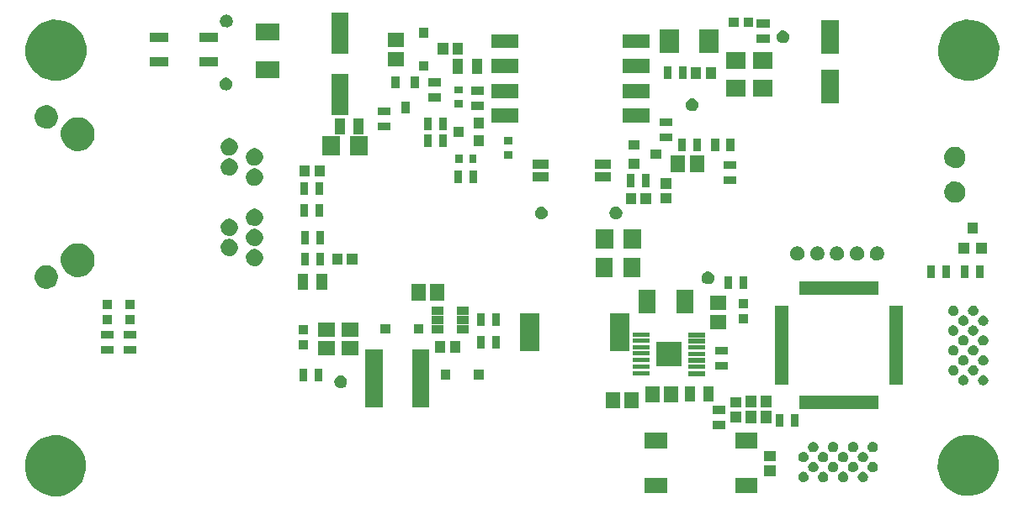
<source format=gts>
%FSLAX46Y46*%
G04 Gerber Fmt 4.6, Leading zero omitted, Abs format (unit mm)*
G04 Created by KiCad (PCBNEW (2014-08-26 BZR 5101)-product) date Sat 30 Aug 2014 02:39:21 AM EDT*
%MOMM*%
G01*
G04 APERTURE LIST*
%ADD10C,0.100000*%
G04 APERTURE END LIST*
D10*
G36*
X82100584Y-41367911D02*
X82096995Y-41624963D01*
X82045370Y-41852189D01*
X81952614Y-42060524D01*
X81820444Y-42247886D01*
X81652601Y-42407722D01*
X81462138Y-42528593D01*
X81242568Y-42613759D01*
X81242567Y-42613759D01*
X81024047Y-42652289D01*
X80788592Y-42647357D01*
X80568276Y-42598918D01*
X80355887Y-42506128D01*
X80167607Y-42375269D01*
X80009191Y-42211224D01*
X79882963Y-42015357D01*
X79800375Y-41806765D01*
X79757861Y-41575125D01*
X79760977Y-41352032D01*
X79809683Y-41122886D01*
X79899034Y-40914416D01*
X80029274Y-40724204D01*
X80193984Y-40562909D01*
X80383772Y-40438714D01*
X80600978Y-40350958D01*
X80820138Y-40309150D01*
X81055648Y-40310795D01*
X81275407Y-40355905D01*
X81490217Y-40446203D01*
X81679280Y-40573728D01*
X81840846Y-40736425D01*
X81969106Y-40929472D01*
X82055067Y-41138028D01*
X82100584Y-41367911D01*
X82100584Y-41367911D01*
G37*
G36*
X82100584Y-57497911D02*
X82096995Y-57754963D01*
X82045370Y-57982189D01*
X81952614Y-58190524D01*
X81820444Y-58377886D01*
X81652601Y-58537722D01*
X81462138Y-58658593D01*
X81242568Y-58743759D01*
X81242567Y-58743759D01*
X81024047Y-58782289D01*
X80788592Y-58777357D01*
X80568276Y-58728918D01*
X80355887Y-58636128D01*
X80167607Y-58505269D01*
X80009191Y-58341224D01*
X79882963Y-58145357D01*
X79800375Y-57936765D01*
X79757861Y-57705125D01*
X79760977Y-57482032D01*
X79809683Y-57252886D01*
X79899034Y-57044416D01*
X80029274Y-56854204D01*
X80193984Y-56692909D01*
X80383772Y-56568714D01*
X80600978Y-56480958D01*
X80820138Y-56439150D01*
X81055648Y-56440795D01*
X81275407Y-56485905D01*
X81490217Y-56576203D01*
X81679280Y-56703728D01*
X81840846Y-56866425D01*
X81969106Y-57059472D01*
X82055067Y-57268028D01*
X82100584Y-57497911D01*
X82100584Y-57497911D01*
G37*
G36*
X84920665Y-76351606D02*
X84911134Y-77034249D01*
X84776957Y-77624824D01*
X84532648Y-78173554D01*
X84185693Y-78665392D01*
X83748018Y-79082186D01*
X83242950Y-79402711D01*
X82675987Y-79622622D01*
X82675986Y-79622622D01*
X82090519Y-79725855D01*
X81482536Y-79713120D01*
X80898303Y-79584668D01*
X80344469Y-79342705D01*
X79850221Y-78999193D01*
X79432969Y-78567115D01*
X79104895Y-78058045D01*
X78885141Y-77503010D01*
X78775364Y-76904882D01*
X78783682Y-76309216D01*
X78909858Y-75715603D01*
X79145995Y-75164655D01*
X79486747Y-74666998D01*
X79917676Y-74245003D01*
X80419250Y-73916781D01*
X80981933Y-73689443D01*
X81567103Y-73577815D01*
X82175212Y-73582060D01*
X82759971Y-73702095D01*
X83318276Y-73936784D01*
X83816245Y-74272669D01*
X84240364Y-74699759D01*
X84574823Y-75203161D01*
X84802775Y-75756211D01*
X84920665Y-76351606D01*
X84920665Y-76351606D01*
G37*
G36*
X84970665Y-34451606D02*
X84961134Y-35134249D01*
X84826957Y-35724824D01*
X84582648Y-36273554D01*
X84235693Y-36765392D01*
X83798018Y-37182186D01*
X83292950Y-37502711D01*
X82725987Y-37722622D01*
X82725986Y-37722622D01*
X82140519Y-37825855D01*
X81532536Y-37813120D01*
X80948303Y-37684668D01*
X80394469Y-37442705D01*
X79900221Y-37099193D01*
X79482969Y-36667115D01*
X79154895Y-36158045D01*
X78935141Y-35603010D01*
X78825364Y-35004882D01*
X78833682Y-34409216D01*
X78959858Y-33815603D01*
X79195995Y-33264655D01*
X79536747Y-32766998D01*
X79967676Y-32345003D01*
X80469250Y-32016781D01*
X81031933Y-31789443D01*
X81617103Y-31677815D01*
X82225212Y-31682060D01*
X82809971Y-31802095D01*
X83368276Y-32036784D01*
X83866245Y-32372669D01*
X84290364Y-32799759D01*
X84624823Y-33303161D01*
X84852775Y-33856211D01*
X84970665Y-34451606D01*
X84970665Y-34451606D01*
G37*
G36*
X85795607Y-43036432D02*
X85790376Y-43411082D01*
X85715940Y-43738707D01*
X85581308Y-44041098D01*
X85389789Y-44312592D01*
X85147387Y-44543429D01*
X84869994Y-44719467D01*
X84554434Y-44841866D01*
X84554433Y-44841866D01*
X84234519Y-44898274D01*
X83896129Y-44891186D01*
X83575257Y-44820638D01*
X83268522Y-44686629D01*
X82995698Y-44497011D01*
X82765761Y-44258904D01*
X82583760Y-43976494D01*
X82463271Y-43672174D01*
X82402172Y-43339268D01*
X82406725Y-43013228D01*
X82476836Y-42683374D01*
X82606747Y-42380271D01*
X82795155Y-42105108D01*
X83033425Y-41871777D01*
X83309365Y-41691207D01*
X83622031Y-41564882D01*
X83942326Y-41503781D01*
X84280790Y-41506145D01*
X84601405Y-41571958D01*
X84911128Y-41702153D01*
X85185547Y-41887251D01*
X85419660Y-42123004D01*
X85604896Y-42401807D01*
X85730091Y-42705552D01*
X85795607Y-43036432D01*
X85795607Y-43036432D01*
G37*
G36*
X85795607Y-55736432D02*
X85790376Y-56111082D01*
X85715940Y-56438707D01*
X85581308Y-56741098D01*
X85389789Y-57012592D01*
X85147387Y-57243429D01*
X84869994Y-57419467D01*
X84554434Y-57541866D01*
X84554433Y-57541866D01*
X84234519Y-57598274D01*
X83896129Y-57591186D01*
X83575257Y-57520638D01*
X83268522Y-57386629D01*
X82995698Y-57197011D01*
X82765761Y-56958904D01*
X82583760Y-56676494D01*
X82463271Y-56372174D01*
X82402172Y-56039268D01*
X82406725Y-55713228D01*
X82476836Y-55383374D01*
X82606747Y-55080271D01*
X82795155Y-54805108D01*
X83033425Y-54571777D01*
X83309365Y-54391207D01*
X83622031Y-54264882D01*
X83942326Y-54203781D01*
X84280790Y-54206145D01*
X84601405Y-54271958D01*
X84911128Y-54402153D01*
X85185547Y-54587251D01*
X85419660Y-54823004D01*
X85604896Y-55101807D01*
X85730091Y-55405552D01*
X85795607Y-55736432D01*
X85795607Y-55736432D01*
G37*
G36*
X87569539Y-60869480D02*
X87568780Y-60869480D01*
X86631220Y-60869480D01*
X86630460Y-60869480D01*
X86630460Y-59931920D01*
X86631220Y-59931920D01*
X87568780Y-59931920D01*
X87569539Y-59931920D01*
X87569539Y-60869480D01*
X87569539Y-60869480D01*
G37*
G36*
X87569539Y-62368080D02*
X87568780Y-62368080D01*
X86631220Y-62368080D01*
X86630460Y-62368080D01*
X86630460Y-61430520D01*
X86631220Y-61430520D01*
X87568780Y-61430520D01*
X87569539Y-61430520D01*
X87569539Y-62368080D01*
X87569539Y-62368080D01*
G37*
G36*
X87742259Y-63825500D02*
X87741500Y-63825500D01*
X86458500Y-63825500D01*
X86457740Y-63825500D01*
X86457740Y-63050500D01*
X86458500Y-63050500D01*
X87741500Y-63050500D01*
X87742259Y-63050500D01*
X87742259Y-63825500D01*
X87742259Y-63825500D01*
G37*
G36*
X87742259Y-65349500D02*
X87741500Y-65349500D01*
X86458500Y-65349500D01*
X86457740Y-65349500D01*
X86457740Y-64574500D01*
X86458500Y-64574500D01*
X87741500Y-64574500D01*
X87742259Y-64574500D01*
X87742259Y-65349500D01*
X87742259Y-65349500D01*
G37*
G36*
X89819539Y-60869480D02*
X89818780Y-60869480D01*
X88881220Y-60869480D01*
X88880460Y-60869480D01*
X88880460Y-59931920D01*
X88881220Y-59931920D01*
X89818780Y-59931920D01*
X89819539Y-59931920D01*
X89819539Y-60869480D01*
X89819539Y-60869480D01*
G37*
G36*
X89819539Y-62368080D02*
X89818780Y-62368080D01*
X88881220Y-62368080D01*
X88880460Y-62368080D01*
X88880460Y-61430520D01*
X88881220Y-61430520D01*
X89818780Y-61430520D01*
X89819539Y-61430520D01*
X89819539Y-62368080D01*
X89819539Y-62368080D01*
G37*
G36*
X89992259Y-63825500D02*
X89991500Y-63825500D01*
X88708500Y-63825500D01*
X88707740Y-63825500D01*
X88707740Y-63050500D01*
X88708500Y-63050500D01*
X89991500Y-63050500D01*
X89992259Y-63050500D01*
X89992259Y-63825500D01*
X89992259Y-63825500D01*
G37*
G36*
X89992259Y-65349500D02*
X89991500Y-65349500D01*
X88708500Y-65349500D01*
X88707740Y-65349500D01*
X88707740Y-64574500D01*
X88708500Y-64574500D01*
X89991500Y-64574500D01*
X89992259Y-64574500D01*
X89992259Y-65349500D01*
X89992259Y-65349500D01*
G37*
G36*
X93170759Y-33920000D02*
X93170000Y-33920000D01*
X91330000Y-33920000D01*
X91329240Y-33920000D01*
X91329240Y-32980000D01*
X91330000Y-32980000D01*
X93170000Y-32980000D01*
X93170759Y-32980000D01*
X93170759Y-33920000D01*
X93170759Y-33920000D01*
G37*
G36*
X93170759Y-36420000D02*
X93170000Y-36420000D01*
X91330000Y-36420000D01*
X91329240Y-36420000D01*
X91329240Y-35480000D01*
X91330000Y-35480000D01*
X93170000Y-35480000D01*
X93170759Y-35480000D01*
X93170759Y-36420000D01*
X93170759Y-36420000D01*
G37*
G36*
X98170759Y-33920000D02*
X98170000Y-33920000D01*
X96330000Y-33920000D01*
X96329240Y-33920000D01*
X96329240Y-32980000D01*
X96330000Y-32980000D01*
X98170000Y-32980000D01*
X98170759Y-32980000D01*
X98170759Y-33920000D01*
X98170759Y-33920000D01*
G37*
G36*
X98170759Y-36420000D02*
X98170000Y-36420000D01*
X96330000Y-36420000D01*
X96329240Y-36420000D01*
X96329240Y-35480000D01*
X96330000Y-35480000D01*
X98170000Y-35480000D01*
X98170759Y-35480000D01*
X98170759Y-36420000D01*
X98170759Y-36420000D01*
G37*
G36*
X99642062Y-38089732D02*
X99640126Y-38228404D01*
X99611463Y-38354561D01*
X99560863Y-38468213D01*
X99488436Y-38570883D01*
X99395650Y-38659243D01*
X99292696Y-38724579D01*
X99169756Y-38772265D01*
X99169755Y-38772265D01*
X99053305Y-38792797D01*
X98921471Y-38790036D01*
X98802382Y-38763853D01*
X98684969Y-38712556D01*
X98581795Y-38640849D01*
X98495377Y-38551360D01*
X98425294Y-38442612D01*
X98380860Y-38330386D01*
X98357056Y-38200687D01*
X98358724Y-38081228D01*
X98385881Y-37953462D01*
X98434403Y-37840254D01*
X98506087Y-37735561D01*
X98596746Y-37646782D01*
X98699809Y-37579339D01*
X98820917Y-37530409D01*
X98938269Y-37508022D01*
X99070136Y-37508942D01*
X99188370Y-37533213D01*
X99307634Y-37583347D01*
X99410772Y-37652914D01*
X99499306Y-37742068D01*
X99570211Y-37848789D01*
X99616676Y-37961520D01*
X99642062Y-38089732D01*
X99642062Y-38089732D01*
G37*
G36*
X99692062Y-31739732D02*
X99690126Y-31878404D01*
X99661463Y-32004561D01*
X99610863Y-32118213D01*
X99538436Y-32220883D01*
X99445650Y-32309243D01*
X99342696Y-32374579D01*
X99219756Y-32422265D01*
X99219755Y-32422265D01*
X99103305Y-32442797D01*
X98971471Y-32440036D01*
X98852382Y-32413853D01*
X98734969Y-32362556D01*
X98631795Y-32290849D01*
X98545377Y-32201360D01*
X98475294Y-32092612D01*
X98430860Y-31980386D01*
X98407056Y-31850687D01*
X98408724Y-31731228D01*
X98435881Y-31603462D01*
X98484403Y-31490254D01*
X98556087Y-31385561D01*
X98646746Y-31296782D01*
X98749809Y-31229339D01*
X98870917Y-31180409D01*
X98988269Y-31158022D01*
X99120136Y-31158942D01*
X99238370Y-31183213D01*
X99357634Y-31233347D01*
X99460772Y-31302914D01*
X99549306Y-31392068D01*
X99620211Y-31498789D01*
X99666676Y-31611520D01*
X99692062Y-31739732D01*
X99692062Y-31739732D01*
G37*
G36*
X100210571Y-44397326D02*
X100207920Y-44587181D01*
X100169329Y-44757036D01*
X100100503Y-44911624D01*
X100002246Y-45050911D01*
X99877009Y-45170174D01*
X99736220Y-45259521D01*
X99571501Y-45323412D01*
X99571500Y-45323412D01*
X99410920Y-45351725D01*
X99234285Y-45348026D01*
X99071430Y-45312220D01*
X98912954Y-45242984D01*
X98772984Y-45145702D01*
X98655437Y-45023978D01*
X98561079Y-44877564D01*
X98500150Y-44723673D01*
X98468256Y-44549900D01*
X98470550Y-44385634D01*
X98507024Y-44214036D01*
X98573198Y-44059641D01*
X98670199Y-43917973D01*
X98792874Y-43797842D01*
X98933434Y-43705862D01*
X99096090Y-43640145D01*
X99257459Y-43609362D01*
X99434136Y-43610595D01*
X99596266Y-43643876D01*
X99756839Y-43711375D01*
X99897127Y-43806000D01*
X100017237Y-43926951D01*
X100112940Y-44070996D01*
X100176481Y-44225157D01*
X100210571Y-44397326D01*
X100210571Y-44397326D01*
G37*
G36*
X100210571Y-46427326D02*
X100207920Y-46617181D01*
X100169329Y-46787036D01*
X100100503Y-46941624D01*
X100002246Y-47080911D01*
X99877009Y-47200174D01*
X99736220Y-47289521D01*
X99571501Y-47353412D01*
X99571500Y-47353412D01*
X99410920Y-47381725D01*
X99234285Y-47378026D01*
X99071430Y-47342220D01*
X98912954Y-47272984D01*
X98772984Y-47175702D01*
X98655437Y-47053978D01*
X98561079Y-46907564D01*
X98500150Y-46753673D01*
X98468256Y-46579900D01*
X98470550Y-46415634D01*
X98507024Y-46244036D01*
X98573198Y-46089641D01*
X98670199Y-45947973D01*
X98792874Y-45827842D01*
X98933434Y-45735862D01*
X99096090Y-45670145D01*
X99257459Y-45639362D01*
X99434136Y-45640595D01*
X99596266Y-45673876D01*
X99756839Y-45741375D01*
X99897127Y-45836000D01*
X100017237Y-45956951D01*
X100112940Y-46100996D01*
X100176481Y-46255157D01*
X100210571Y-46427326D01*
X100210571Y-46427326D01*
G37*
G36*
X100210571Y-52517326D02*
X100207920Y-52707181D01*
X100169329Y-52877036D01*
X100100503Y-53031624D01*
X100002246Y-53170911D01*
X99877009Y-53290174D01*
X99736220Y-53379521D01*
X99571501Y-53443412D01*
X99571500Y-53443412D01*
X99410920Y-53471725D01*
X99234285Y-53468026D01*
X99071430Y-53432220D01*
X98912954Y-53362984D01*
X98772984Y-53265702D01*
X98655437Y-53143978D01*
X98561079Y-52997564D01*
X98500150Y-52843673D01*
X98468256Y-52669900D01*
X98470550Y-52505634D01*
X98507024Y-52334036D01*
X98573198Y-52179641D01*
X98670199Y-52037973D01*
X98792874Y-51917842D01*
X98933434Y-51825862D01*
X99096090Y-51760145D01*
X99257459Y-51729362D01*
X99434136Y-51730595D01*
X99596266Y-51763876D01*
X99756839Y-51831375D01*
X99897127Y-51926000D01*
X100017237Y-52046951D01*
X100112940Y-52190996D01*
X100176481Y-52345157D01*
X100210571Y-52517326D01*
X100210571Y-52517326D01*
G37*
G36*
X100210571Y-54547326D02*
X100207920Y-54737181D01*
X100169329Y-54907036D01*
X100100503Y-55061624D01*
X100002246Y-55200911D01*
X99877009Y-55320174D01*
X99736220Y-55409521D01*
X99571501Y-55473412D01*
X99571500Y-55473412D01*
X99410920Y-55501725D01*
X99234285Y-55498026D01*
X99071430Y-55462220D01*
X98912954Y-55392984D01*
X98772984Y-55295702D01*
X98655437Y-55173978D01*
X98561079Y-55027564D01*
X98500150Y-54873673D01*
X98468256Y-54699900D01*
X98470550Y-54535634D01*
X98507024Y-54364036D01*
X98573198Y-54209641D01*
X98670199Y-54067973D01*
X98792874Y-53947842D01*
X98933434Y-53855862D01*
X99096090Y-53790145D01*
X99257459Y-53759362D01*
X99434136Y-53760595D01*
X99596266Y-53793876D01*
X99756839Y-53861375D01*
X99897127Y-53956000D01*
X100017237Y-54076951D01*
X100112940Y-54220996D01*
X100176481Y-54375157D01*
X100210571Y-54547326D01*
X100210571Y-54547326D01*
G37*
G36*
X102750571Y-45417326D02*
X102747920Y-45607181D01*
X102709329Y-45777036D01*
X102640503Y-45931624D01*
X102542246Y-46070911D01*
X102417009Y-46190174D01*
X102276220Y-46279521D01*
X102111501Y-46343412D01*
X102111500Y-46343412D01*
X101950920Y-46371725D01*
X101774285Y-46368026D01*
X101611430Y-46332220D01*
X101452954Y-46262984D01*
X101312984Y-46165702D01*
X101195437Y-46043978D01*
X101101079Y-45897564D01*
X101040150Y-45743673D01*
X101008256Y-45569900D01*
X101010550Y-45405634D01*
X101047024Y-45234036D01*
X101113198Y-45079641D01*
X101210199Y-44937973D01*
X101332874Y-44817842D01*
X101473434Y-44725862D01*
X101636090Y-44660145D01*
X101797459Y-44629362D01*
X101974136Y-44630595D01*
X102136266Y-44663876D01*
X102296839Y-44731375D01*
X102437127Y-44826000D01*
X102557237Y-44946951D01*
X102652940Y-45090996D01*
X102716481Y-45245157D01*
X102750571Y-45417326D01*
X102750571Y-45417326D01*
G37*
G36*
X102750571Y-47447326D02*
X102747920Y-47637181D01*
X102709329Y-47807036D01*
X102640503Y-47961624D01*
X102542246Y-48100911D01*
X102417009Y-48220174D01*
X102276220Y-48309521D01*
X102111501Y-48373412D01*
X102111500Y-48373412D01*
X101950920Y-48401725D01*
X101774285Y-48398026D01*
X101611430Y-48362220D01*
X101452954Y-48292984D01*
X101312984Y-48195702D01*
X101195437Y-48073978D01*
X101101079Y-47927564D01*
X101040150Y-47773673D01*
X101008256Y-47599900D01*
X101010550Y-47435634D01*
X101047024Y-47264036D01*
X101113198Y-47109641D01*
X101210199Y-46967973D01*
X101332874Y-46847842D01*
X101473434Y-46755862D01*
X101636090Y-46690145D01*
X101797459Y-46659362D01*
X101974136Y-46660595D01*
X102136266Y-46693876D01*
X102296839Y-46761375D01*
X102437127Y-46856000D01*
X102557237Y-46976951D01*
X102652940Y-47120996D01*
X102716481Y-47275157D01*
X102750571Y-47447326D01*
X102750571Y-47447326D01*
G37*
G36*
X102750571Y-51507326D02*
X102747920Y-51697181D01*
X102709329Y-51867036D01*
X102640503Y-52021624D01*
X102542246Y-52160911D01*
X102417009Y-52280174D01*
X102276220Y-52369521D01*
X102111501Y-52433412D01*
X102111500Y-52433412D01*
X101950920Y-52461725D01*
X101774285Y-52458026D01*
X101611430Y-52422220D01*
X101452954Y-52352984D01*
X101312984Y-52255702D01*
X101195437Y-52133978D01*
X101101079Y-51987564D01*
X101040150Y-51833673D01*
X101008256Y-51659900D01*
X101010550Y-51495634D01*
X101047024Y-51324036D01*
X101113198Y-51169641D01*
X101210199Y-51027973D01*
X101332874Y-50907842D01*
X101473434Y-50815862D01*
X101636090Y-50750145D01*
X101797459Y-50719362D01*
X101974136Y-50720595D01*
X102136266Y-50753876D01*
X102296839Y-50821375D01*
X102437127Y-50916000D01*
X102557237Y-51036951D01*
X102652940Y-51180996D01*
X102716481Y-51335157D01*
X102750571Y-51507326D01*
X102750571Y-51507326D01*
G37*
G36*
X102750571Y-53537326D02*
X102747920Y-53727181D01*
X102709329Y-53897036D01*
X102640503Y-54051624D01*
X102542246Y-54190911D01*
X102417009Y-54310174D01*
X102276220Y-54399521D01*
X102111501Y-54463412D01*
X102111500Y-54463412D01*
X101950920Y-54491725D01*
X101774285Y-54488026D01*
X101611430Y-54452220D01*
X101452954Y-54382984D01*
X101312984Y-54285702D01*
X101195437Y-54163978D01*
X101101079Y-54017564D01*
X101040150Y-53863673D01*
X101008256Y-53689900D01*
X101010550Y-53525634D01*
X101047024Y-53354036D01*
X101113198Y-53199641D01*
X101210199Y-53057973D01*
X101332874Y-52937842D01*
X101473434Y-52845862D01*
X101636090Y-52780145D01*
X101797459Y-52749362D01*
X101974136Y-52750595D01*
X102136266Y-52783876D01*
X102296839Y-52851375D01*
X102437127Y-52946000D01*
X102557237Y-53066951D01*
X102652940Y-53210996D01*
X102716481Y-53365157D01*
X102750571Y-53537326D01*
X102750571Y-53537326D01*
G37*
G36*
X102750571Y-55567326D02*
X102747920Y-55757181D01*
X102709329Y-55927036D01*
X102640503Y-56081624D01*
X102542246Y-56220911D01*
X102417009Y-56340174D01*
X102276220Y-56429521D01*
X102111501Y-56493412D01*
X102111500Y-56493412D01*
X101950920Y-56521725D01*
X101774285Y-56518026D01*
X101611430Y-56482220D01*
X101452954Y-56412984D01*
X101312984Y-56315702D01*
X101195437Y-56193978D01*
X101101079Y-56047564D01*
X101040150Y-55893673D01*
X101008256Y-55719900D01*
X101010550Y-55555634D01*
X101047024Y-55384036D01*
X101113198Y-55229641D01*
X101210199Y-55087973D01*
X101332874Y-54967842D01*
X101473434Y-54875862D01*
X101636090Y-54810145D01*
X101797459Y-54779362D01*
X101974136Y-54780595D01*
X102136266Y-54813876D01*
X102296839Y-54881375D01*
X102437127Y-54976000D01*
X102557237Y-55096951D01*
X102652940Y-55240996D01*
X102716481Y-55395157D01*
X102750571Y-55567326D01*
X102750571Y-55567326D01*
G37*
G36*
X104370579Y-33770180D02*
X104369820Y-33770180D01*
X102030180Y-33770180D01*
X102029420Y-33770180D01*
X102029420Y-32029980D01*
X102030180Y-32029980D01*
X104369820Y-32029980D01*
X104370579Y-32029980D01*
X104370579Y-33770180D01*
X104370579Y-33770180D01*
G37*
G36*
X104370579Y-37570020D02*
X104369820Y-37570020D01*
X102030180Y-37570020D01*
X102029420Y-37570020D01*
X102029420Y-35829820D01*
X102030180Y-35829820D01*
X104369820Y-35829820D01*
X104370579Y-35829820D01*
X104370579Y-37570020D01*
X104370579Y-37570020D01*
G37*
G36*
X107176259Y-68161500D02*
X107175500Y-68161500D01*
X106400500Y-68161500D01*
X106399740Y-68161500D01*
X106399740Y-66878500D01*
X106400500Y-66878500D01*
X107175500Y-66878500D01*
X107176259Y-66878500D01*
X107176259Y-68161500D01*
X107176259Y-68161500D01*
G37*
G36*
X107259539Y-63379480D02*
X107258780Y-63379480D01*
X106321220Y-63379480D01*
X106320460Y-63379480D01*
X106320460Y-62441920D01*
X106321220Y-62441920D01*
X107258780Y-62441920D01*
X107259539Y-62441920D01*
X107259539Y-63379480D01*
X107259539Y-63379480D01*
G37*
G36*
X107259539Y-64878080D02*
X107258780Y-64878080D01*
X106321220Y-64878080D01*
X106320460Y-64878080D01*
X106320460Y-63940520D01*
X106321220Y-63940520D01*
X107258780Y-63940520D01*
X107259539Y-63940520D01*
X107259539Y-64878080D01*
X107259539Y-64878080D01*
G37*
G36*
X107262759Y-58868500D02*
X107262000Y-58868500D01*
X106233000Y-58868500D01*
X106232240Y-58868500D01*
X106232240Y-57331500D01*
X106233000Y-57331500D01*
X107262000Y-57331500D01*
X107262759Y-57331500D01*
X107262759Y-58868500D01*
X107262759Y-58868500D01*
G37*
G36*
X107276259Y-49341500D02*
X107275500Y-49341500D01*
X106500500Y-49341500D01*
X106499740Y-49341500D01*
X106499740Y-48058500D01*
X106500500Y-48058500D01*
X107275500Y-48058500D01*
X107276259Y-48058500D01*
X107276259Y-49341500D01*
X107276259Y-49341500D01*
G37*
G36*
X107276259Y-51541500D02*
X107275500Y-51541500D01*
X106500500Y-51541500D01*
X106499740Y-51541500D01*
X106499740Y-50258500D01*
X106500500Y-50258500D01*
X107275500Y-50258500D01*
X107276259Y-50258500D01*
X107276259Y-51541500D01*
X107276259Y-51541500D01*
G37*
G36*
X107326259Y-54291500D02*
X107325500Y-54291500D01*
X106550500Y-54291500D01*
X106549740Y-54291500D01*
X106549740Y-53008500D01*
X106550500Y-53008500D01*
X107325500Y-53008500D01*
X107326259Y-53008500D01*
X107326259Y-54291500D01*
X107326259Y-54291500D01*
G37*
G36*
X107326259Y-56441500D02*
X107325500Y-56441500D01*
X106550500Y-56441500D01*
X106549740Y-56441500D01*
X106549740Y-55158500D01*
X106550500Y-55158500D01*
X107325500Y-55158500D01*
X107326259Y-55158500D01*
X107326259Y-56441500D01*
X107326259Y-56441500D01*
G37*
G36*
X107468499Y-47470380D02*
X107467740Y-47470380D01*
X106428580Y-47470380D01*
X106427820Y-47470380D01*
X106427820Y-46329620D01*
X106428580Y-46329620D01*
X107467740Y-46329620D01*
X107468499Y-46329620D01*
X107468499Y-47470380D01*
X107468499Y-47470380D01*
G37*
G36*
X108700259Y-68161500D02*
X108699500Y-68161500D01*
X107924500Y-68161500D01*
X107923740Y-68161500D01*
X107923740Y-66878500D01*
X107924500Y-66878500D01*
X108699500Y-66878500D01*
X108700259Y-66878500D01*
X108700259Y-68161500D01*
X108700259Y-68161500D01*
G37*
G36*
X108800259Y-49341500D02*
X108799500Y-49341500D01*
X108024500Y-49341500D01*
X108023740Y-49341500D01*
X108023740Y-48058500D01*
X108024500Y-48058500D01*
X108799500Y-48058500D01*
X108800259Y-48058500D01*
X108800259Y-49341500D01*
X108800259Y-49341500D01*
G37*
G36*
X108800259Y-51541500D02*
X108799500Y-51541500D01*
X108024500Y-51541500D01*
X108023740Y-51541500D01*
X108023740Y-50258500D01*
X108024500Y-50258500D01*
X108799500Y-50258500D01*
X108800259Y-50258500D01*
X108800259Y-51541500D01*
X108800259Y-51541500D01*
G37*
G36*
X108850259Y-54291500D02*
X108849500Y-54291500D01*
X108074500Y-54291500D01*
X108073740Y-54291500D01*
X108073740Y-53008500D01*
X108074500Y-53008500D01*
X108849500Y-53008500D01*
X108850259Y-53008500D01*
X108850259Y-54291500D01*
X108850259Y-54291500D01*
G37*
G36*
X108850259Y-56441500D02*
X108849500Y-56441500D01*
X108074500Y-56441500D01*
X108073740Y-56441500D01*
X108073740Y-55158500D01*
X108074500Y-55158500D01*
X108849500Y-55158500D01*
X108850259Y-55158500D01*
X108850259Y-56441500D01*
X108850259Y-56441500D01*
G37*
G36*
X108972179Y-47470380D02*
X108971420Y-47470380D01*
X107932260Y-47470380D01*
X107931500Y-47470380D01*
X107931500Y-46329620D01*
X107932260Y-46329620D01*
X108971420Y-46329620D01*
X108972179Y-46329620D01*
X108972179Y-47470380D01*
X108972179Y-47470380D01*
G37*
G36*
X109167759Y-58868500D02*
X109167000Y-58868500D01*
X108138000Y-58868500D01*
X108137240Y-58868500D01*
X108137240Y-57331500D01*
X108138000Y-57331500D01*
X109167000Y-57331500D01*
X109167759Y-57331500D01*
X109167759Y-58868500D01*
X109167759Y-58868500D01*
G37*
G36*
X109934857Y-63632380D02*
X109934098Y-63632380D01*
X108295498Y-63632380D01*
X108294738Y-63632380D01*
X108294738Y-62191900D01*
X108295498Y-62191900D01*
X109934098Y-62191900D01*
X109934857Y-62191900D01*
X109934857Y-63632380D01*
X109934857Y-63632380D01*
G37*
G36*
X109934857Y-65537380D02*
X109934098Y-65537380D01*
X108295498Y-65537380D01*
X108294738Y-65537380D01*
X108294738Y-64096900D01*
X108295498Y-64096900D01*
X109934098Y-64096900D01*
X109934857Y-64096900D01*
X109934857Y-65537380D01*
X109934857Y-65537380D01*
G37*
G36*
X110473859Y-45371700D02*
X110473100Y-45371700D01*
X108732900Y-45371700D01*
X108732140Y-45371700D01*
X108732140Y-43428300D01*
X108732900Y-43428300D01*
X110473100Y-43428300D01*
X110473859Y-43428300D01*
X110473859Y-45371700D01*
X110473859Y-45371700D01*
G37*
G36*
X110718499Y-56370380D02*
X110717740Y-56370380D01*
X109678580Y-56370380D01*
X109677820Y-56370380D01*
X109677820Y-55229620D01*
X109678580Y-55229620D01*
X110717740Y-55229620D01*
X110718499Y-55229620D01*
X110718499Y-56370380D01*
X110718499Y-56370380D01*
G37*
G36*
X110972759Y-43198500D02*
X110972000Y-43198500D01*
X109943000Y-43198500D01*
X109942240Y-43198500D01*
X109942240Y-41661500D01*
X109943000Y-41661500D01*
X110972000Y-41661500D01*
X110972759Y-41661500D01*
X110972759Y-43198500D01*
X110972759Y-43198500D01*
G37*
G36*
X111192062Y-68119732D02*
X111190126Y-68258404D01*
X111161463Y-68384561D01*
X111110863Y-68498213D01*
X111038436Y-68600883D01*
X110945650Y-68689243D01*
X110842696Y-68754579D01*
X110719756Y-68802265D01*
X110719755Y-68802265D01*
X110603305Y-68822797D01*
X110471471Y-68820036D01*
X110352382Y-68793853D01*
X110234969Y-68742556D01*
X110131795Y-68670849D01*
X110045377Y-68581360D01*
X109975294Y-68472612D01*
X109930860Y-68360386D01*
X109907056Y-68230687D01*
X109908724Y-68111228D01*
X109935881Y-67983462D01*
X109984403Y-67870254D01*
X110056087Y-67765561D01*
X110146746Y-67676782D01*
X110249809Y-67609339D01*
X110370917Y-67560409D01*
X110488269Y-67538022D01*
X110620136Y-67538942D01*
X110738370Y-67563213D01*
X110857634Y-67613347D01*
X110960772Y-67682914D01*
X111049306Y-67772068D01*
X111120211Y-67878789D01*
X111166676Y-67991520D01*
X111192062Y-68119732D01*
X111192062Y-68119732D01*
G37*
G36*
X111350759Y-35070000D02*
X111350000Y-35070000D01*
X109610000Y-35070000D01*
X109609240Y-35070000D01*
X109609240Y-30930000D01*
X109610000Y-30930000D01*
X111350000Y-30930000D01*
X111350759Y-30930000D01*
X111350759Y-35070000D01*
X111350759Y-35070000D01*
G37*
G36*
X111350759Y-41270000D02*
X111350000Y-41270000D01*
X109610000Y-41270000D01*
X109609240Y-41270000D01*
X109609240Y-37130000D01*
X109610000Y-37130000D01*
X111350000Y-37130000D01*
X111350759Y-37130000D01*
X111350759Y-41270000D01*
X111350759Y-41270000D01*
G37*
G36*
X112222179Y-56370380D02*
X112221420Y-56370380D01*
X111182260Y-56370380D01*
X111181500Y-56370380D01*
X111181500Y-55229620D01*
X111182260Y-55229620D01*
X112221420Y-55229620D01*
X112222179Y-55229620D01*
X112222179Y-56370380D01*
X112222179Y-56370380D01*
G37*
G36*
X112314857Y-63612380D02*
X112314098Y-63612380D01*
X110675498Y-63612380D01*
X110674738Y-63612380D01*
X110674738Y-62171900D01*
X110675498Y-62171900D01*
X112314098Y-62171900D01*
X112314857Y-62171900D01*
X112314857Y-63612380D01*
X112314857Y-63612380D01*
G37*
G36*
X112314857Y-65517380D02*
X112314098Y-65517380D01*
X110675498Y-65517380D01*
X110674738Y-65517380D01*
X110674738Y-64076900D01*
X110675498Y-64076900D01*
X112314098Y-64076900D01*
X112314857Y-64076900D01*
X112314857Y-65517380D01*
X112314857Y-65517380D01*
G37*
G36*
X112877759Y-43198500D02*
X112877000Y-43198500D01*
X111848000Y-43198500D01*
X111847240Y-43198500D01*
X111847240Y-41661500D01*
X111848000Y-41661500D01*
X112877000Y-41661500D01*
X112877759Y-41661500D01*
X112877759Y-43198500D01*
X112877759Y-43198500D01*
G37*
G36*
X113267859Y-45371700D02*
X113267100Y-45371700D01*
X111526900Y-45371700D01*
X111526140Y-45371700D01*
X111526140Y-43428300D01*
X111526900Y-43428300D01*
X113267100Y-43428300D01*
X113267859Y-43428300D01*
X113267859Y-45371700D01*
X113267859Y-45371700D01*
G37*
G36*
X114786814Y-70722289D02*
X114786055Y-70722289D01*
X113046055Y-70722289D01*
X113045295Y-70722289D01*
X113045295Y-64882289D01*
X113046055Y-64882289D01*
X114786055Y-64882289D01*
X114786814Y-64882289D01*
X114786814Y-70722289D01*
X114786814Y-70722289D01*
G37*
G36*
X115526814Y-63337289D02*
X115526055Y-63337289D01*
X114536055Y-63337289D01*
X114535295Y-63337289D01*
X114535295Y-62347289D01*
X114536055Y-62347289D01*
X115526055Y-62347289D01*
X115526814Y-62347289D01*
X115526814Y-63337289D01*
X115526814Y-63337289D01*
G37*
G36*
X115562259Y-41325500D02*
X115561500Y-41325500D01*
X114278500Y-41325500D01*
X114277740Y-41325500D01*
X114277740Y-40550500D01*
X114278500Y-40550500D01*
X115561500Y-40550500D01*
X115562259Y-40550500D01*
X115562259Y-41325500D01*
X115562259Y-41325500D01*
G37*
G36*
X115562259Y-42849500D02*
X115561500Y-42849500D01*
X114278500Y-42849500D01*
X114277740Y-42849500D01*
X114277740Y-42074500D01*
X114278500Y-42074500D01*
X115561500Y-42074500D01*
X115562259Y-42074500D01*
X115562259Y-42849500D01*
X115562259Y-42849500D01*
G37*
G36*
X116518779Y-38550380D02*
X116518020Y-38550380D01*
X115676980Y-38550380D01*
X115676220Y-38550380D01*
X115676220Y-37409620D01*
X115676980Y-37409620D01*
X116518020Y-37409620D01*
X116518779Y-37409620D01*
X116518779Y-38550380D01*
X116518779Y-38550380D01*
G37*
G36*
X116920059Y-34467740D02*
X116919300Y-34467740D01*
X115280700Y-34467740D01*
X115279940Y-34467740D01*
X115279940Y-33027260D01*
X115280700Y-33027260D01*
X116919300Y-33027260D01*
X116920059Y-33027260D01*
X116920059Y-34467740D01*
X116920059Y-34467740D01*
G37*
G36*
X116920059Y-36372740D02*
X116919300Y-36372740D01*
X115280700Y-36372740D01*
X115279940Y-36372740D01*
X115279940Y-34932260D01*
X115280700Y-34932260D01*
X116919300Y-34932260D01*
X116920059Y-34932260D01*
X116920059Y-36372740D01*
X116920059Y-36372740D01*
G37*
G36*
X117471279Y-41090380D02*
X117470520Y-41090380D01*
X116629480Y-41090380D01*
X116628720Y-41090380D01*
X116628720Y-39949620D01*
X116629480Y-39949620D01*
X117470520Y-39949620D01*
X117471279Y-39949620D01*
X117471279Y-41090380D01*
X117471279Y-41090380D01*
G37*
G36*
X118423779Y-38550380D02*
X118423020Y-38550380D01*
X117581980Y-38550380D01*
X117581220Y-38550380D01*
X117581220Y-37409620D01*
X117581980Y-37409620D01*
X118423020Y-37409620D01*
X118423779Y-37409620D01*
X118423779Y-38550380D01*
X118423779Y-38550380D01*
G37*
G36*
X118876814Y-63337289D02*
X118876055Y-63337289D01*
X117886055Y-63337289D01*
X117885295Y-63337289D01*
X117885295Y-62347289D01*
X117886055Y-62347289D01*
X118876055Y-62347289D01*
X118876814Y-62347289D01*
X118876814Y-63337289D01*
X118876814Y-63337289D01*
G37*
G36*
X119108499Y-59959300D02*
X119107740Y-59959300D01*
X117667260Y-59959300D01*
X117666500Y-59959300D01*
X117666500Y-58320700D01*
X117667260Y-58320700D01*
X119107740Y-58320700D01*
X119108499Y-58320700D01*
X119108499Y-59959300D01*
X119108499Y-59959300D01*
G37*
G36*
X119395759Y-33470000D02*
X119395000Y-33470000D01*
X118405000Y-33470000D01*
X118404240Y-33470000D01*
X118404240Y-32480000D01*
X118405000Y-32480000D01*
X119395000Y-32480000D01*
X119395759Y-32480000D01*
X119395759Y-33470000D01*
X119395759Y-33470000D01*
G37*
G36*
X119395759Y-36820000D02*
X119395000Y-36820000D01*
X118405000Y-36820000D01*
X118404240Y-36820000D01*
X118404240Y-35830000D01*
X118405000Y-35830000D01*
X119395000Y-35830000D01*
X119395759Y-35830000D01*
X119395759Y-36820000D01*
X119395759Y-36820000D01*
G37*
G36*
X119486814Y-70722289D02*
X119486055Y-70722289D01*
X117746055Y-70722289D01*
X117745295Y-70722289D01*
X117745295Y-64882289D01*
X117746055Y-64882289D01*
X119486055Y-64882289D01*
X119486814Y-64882289D01*
X119486814Y-70722289D01*
X119486814Y-70722289D01*
G37*
G36*
X119726259Y-42791500D02*
X119725500Y-42791500D01*
X118950500Y-42791500D01*
X118949740Y-42791500D01*
X118949740Y-41508500D01*
X118950500Y-41508500D01*
X119725500Y-41508500D01*
X119726259Y-41508500D01*
X119726259Y-42791500D01*
X119726259Y-42791500D01*
G37*
G36*
X119726259Y-44541500D02*
X119725500Y-44541500D01*
X118950500Y-44541500D01*
X118949740Y-44541500D01*
X118949740Y-43258500D01*
X118950500Y-43258500D01*
X119725500Y-43258500D01*
X119726259Y-43258500D01*
X119726259Y-44541500D01*
X119726259Y-44541500D01*
G37*
G36*
X120642259Y-38375500D02*
X120641500Y-38375500D01*
X119358500Y-38375500D01*
X119357740Y-38375500D01*
X119357740Y-37600500D01*
X119358500Y-37600500D01*
X120641500Y-37600500D01*
X120642259Y-37600500D01*
X120642259Y-38375500D01*
X120642259Y-38375500D01*
G37*
G36*
X120642259Y-39899500D02*
X120641500Y-39899500D01*
X119358500Y-39899500D01*
X119357740Y-39899500D01*
X119357740Y-39124500D01*
X119358500Y-39124500D01*
X120641500Y-39124500D01*
X120642259Y-39124500D01*
X120642259Y-39899500D01*
X120642259Y-39899500D01*
G37*
G36*
X120857194Y-61400309D02*
X120856435Y-61400309D01*
X119715675Y-61400309D01*
X119714915Y-61400309D01*
X119714915Y-60559269D01*
X119715675Y-60559269D01*
X120856435Y-60559269D01*
X120857194Y-60559269D01*
X120857194Y-61400309D01*
X120857194Y-61400309D01*
G37*
G36*
X120857194Y-62352809D02*
X120856435Y-62352809D01*
X119715675Y-62352809D01*
X119714915Y-62352809D01*
X119714915Y-61511769D01*
X119715675Y-61511769D01*
X120856435Y-61511769D01*
X120857194Y-61511769D01*
X120857194Y-62352809D01*
X120857194Y-62352809D01*
G37*
G36*
X120857194Y-63305309D02*
X120856435Y-63305309D01*
X119715675Y-63305309D01*
X119714915Y-63305309D01*
X119714915Y-62464269D01*
X119715675Y-62464269D01*
X120856435Y-62464269D01*
X120857194Y-62464269D01*
X120857194Y-63305309D01*
X120857194Y-63305309D01*
G37*
G36*
X121013499Y-59959300D02*
X121012740Y-59959300D01*
X119572260Y-59959300D01*
X119571500Y-59959300D01*
X119571500Y-58320700D01*
X119572260Y-58320700D01*
X121012740Y-58320700D01*
X121013499Y-58320700D01*
X121013499Y-59959300D01*
X121013499Y-59959300D01*
G37*
G36*
X121068499Y-65220380D02*
X121067740Y-65220380D01*
X120028580Y-65220380D01*
X120027820Y-65220380D01*
X120027820Y-64079620D01*
X120028580Y-64079620D01*
X121067740Y-64079620D01*
X121068499Y-64079620D01*
X121068499Y-65220380D01*
X121068499Y-65220380D01*
G37*
G36*
X121250259Y-42791500D02*
X121249500Y-42791500D01*
X120474500Y-42791500D01*
X120473740Y-42791500D01*
X120473740Y-41508500D01*
X120474500Y-41508500D01*
X121249500Y-41508500D01*
X121250259Y-41508500D01*
X121250259Y-42791500D01*
X121250259Y-42791500D01*
G37*
G36*
X121250259Y-44541500D02*
X121249500Y-44541500D01*
X120474500Y-44541500D01*
X120473740Y-44541500D01*
X120473740Y-43258500D01*
X120474500Y-43258500D01*
X121249500Y-43258500D01*
X121250259Y-43258500D01*
X121250259Y-44541500D01*
X121250259Y-44541500D01*
G37*
G36*
X121368499Y-35170380D02*
X121367740Y-35170380D01*
X120328580Y-35170380D01*
X120327820Y-35170380D01*
X120327820Y-34029620D01*
X120328580Y-34029620D01*
X121367740Y-34029620D01*
X121368499Y-34029620D01*
X121368499Y-35170380D01*
X121368499Y-35170380D01*
G37*
G36*
X121590759Y-67945000D02*
X121590000Y-67945000D01*
X120600000Y-67945000D01*
X120599240Y-67945000D01*
X120599240Y-66955000D01*
X120600000Y-66955000D01*
X121590000Y-66955000D01*
X121590759Y-66955000D01*
X121590759Y-67945000D01*
X121590759Y-67945000D01*
G37*
G36*
X122572179Y-65220380D02*
X122571420Y-65220380D01*
X121532260Y-65220380D01*
X121531500Y-65220380D01*
X121531500Y-64079620D01*
X121532260Y-64079620D01*
X122571420Y-64079620D01*
X122572179Y-64079620D01*
X122572179Y-65220380D01*
X122572179Y-65220380D01*
G37*
G36*
X122726259Y-48141500D02*
X122725500Y-48141500D01*
X121950500Y-48141500D01*
X121949740Y-48141500D01*
X121949740Y-46858500D01*
X121950500Y-46858500D01*
X122725500Y-46858500D01*
X122726259Y-46858500D01*
X122726259Y-48141500D01*
X122726259Y-48141500D01*
G37*
G36*
X122820759Y-39120000D02*
X122820000Y-39120000D01*
X121980000Y-39120000D01*
X121979240Y-39120000D01*
X121979240Y-38380000D01*
X121980000Y-38380000D01*
X122820000Y-38380000D01*
X122820759Y-38380000D01*
X122820759Y-39120000D01*
X122820759Y-39120000D01*
G37*
G36*
X122820759Y-40520000D02*
X122820000Y-40520000D01*
X121980000Y-40520000D01*
X121979240Y-40520000D01*
X121979240Y-39780000D01*
X121980000Y-39780000D01*
X122820000Y-39780000D01*
X122820759Y-39780000D01*
X122820759Y-40520000D01*
X122820759Y-40520000D01*
G37*
G36*
X122820759Y-46120000D02*
X122820000Y-46120000D01*
X122080000Y-46120000D01*
X122079240Y-46120000D01*
X122079240Y-45280000D01*
X122080000Y-45280000D01*
X122820000Y-45280000D01*
X122820759Y-45280000D01*
X122820759Y-46120000D01*
X122820759Y-46120000D01*
G37*
G36*
X122862759Y-37118500D02*
X122862000Y-37118500D01*
X121833000Y-37118500D01*
X121832240Y-37118500D01*
X121832240Y-35581500D01*
X121833000Y-35581500D01*
X122862000Y-35581500D01*
X122862759Y-35581500D01*
X122862759Y-37118500D01*
X122862759Y-37118500D01*
G37*
G36*
X122872179Y-35170380D02*
X122871420Y-35170380D01*
X121832260Y-35170380D01*
X121831500Y-35170380D01*
X121831500Y-34029620D01*
X121832260Y-34029620D01*
X122871420Y-34029620D01*
X122872179Y-34029620D01*
X122872179Y-35170380D01*
X122872179Y-35170380D01*
G37*
G36*
X122961959Y-43527200D02*
X122961200Y-43527200D01*
X121906800Y-43527200D01*
X121906040Y-43527200D01*
X121906040Y-42472800D01*
X121906800Y-42472800D01*
X122961200Y-42472800D01*
X122961959Y-42472800D01*
X122961959Y-43527200D01*
X122961959Y-43527200D01*
G37*
G36*
X123397194Y-61400309D02*
X123396435Y-61400309D01*
X122255675Y-61400309D01*
X122254915Y-61400309D01*
X122254915Y-60559269D01*
X122255675Y-60559269D01*
X123396435Y-60559269D01*
X123397194Y-60559269D01*
X123397194Y-61400309D01*
X123397194Y-61400309D01*
G37*
G36*
X123397194Y-62352809D02*
X123396435Y-62352809D01*
X122255675Y-62352809D01*
X122254915Y-62352809D01*
X122254915Y-61511769D01*
X122255675Y-61511769D01*
X123396435Y-61511769D01*
X123397194Y-61511769D01*
X123397194Y-62352809D01*
X123397194Y-62352809D01*
G37*
G36*
X123397194Y-63305309D02*
X123396435Y-63305309D01*
X122255675Y-63305309D01*
X122254915Y-63305309D01*
X122254915Y-62464269D01*
X122255675Y-62464269D01*
X123396435Y-62464269D01*
X123397194Y-62464269D01*
X123397194Y-63305309D01*
X123397194Y-63305309D01*
G37*
G36*
X124220759Y-46120000D02*
X124220000Y-46120000D01*
X123480000Y-46120000D01*
X123479240Y-46120000D01*
X123479240Y-45280000D01*
X123480000Y-45280000D01*
X124220000Y-45280000D01*
X124220759Y-45280000D01*
X124220759Y-46120000D01*
X124220759Y-46120000D01*
G37*
G36*
X124250259Y-48141500D02*
X124249500Y-48141500D01*
X123474500Y-48141500D01*
X123473740Y-48141500D01*
X123473740Y-46858500D01*
X123474500Y-46858500D01*
X124249500Y-46858500D01*
X124250259Y-46858500D01*
X124250259Y-48141500D01*
X124250259Y-48141500D01*
G37*
G36*
X124767759Y-37118500D02*
X124767000Y-37118500D01*
X123738000Y-37118500D01*
X123737240Y-37118500D01*
X123737240Y-35581500D01*
X123738000Y-35581500D01*
X124767000Y-35581500D01*
X124767759Y-35581500D01*
X124767759Y-37118500D01*
X124767759Y-37118500D01*
G37*
G36*
X124940759Y-67945000D02*
X124940000Y-67945000D01*
X123950000Y-67945000D01*
X123949240Y-67945000D01*
X123949240Y-66955000D01*
X123950000Y-66955000D01*
X124940000Y-66955000D01*
X124940759Y-66955000D01*
X124940759Y-67945000D01*
X124940759Y-67945000D01*
G37*
G36*
X124992259Y-39225500D02*
X124991500Y-39225500D01*
X123708500Y-39225500D01*
X123707740Y-39225500D01*
X123707740Y-38450500D01*
X123708500Y-38450500D01*
X124991500Y-38450500D01*
X124992259Y-38450500D01*
X124992259Y-39225500D01*
X124992259Y-39225500D01*
G37*
G36*
X124992259Y-40749500D02*
X124991500Y-40749500D01*
X123708500Y-40749500D01*
X123707740Y-40749500D01*
X123707740Y-39974500D01*
X123708500Y-39974500D01*
X124991500Y-39974500D01*
X124992259Y-39974500D01*
X124992259Y-40749500D01*
X124992259Y-40749500D01*
G37*
G36*
X124993959Y-42638200D02*
X124993200Y-42638200D01*
X123938800Y-42638200D01*
X123938040Y-42638200D01*
X123938040Y-41583800D01*
X123938800Y-41583800D01*
X124993200Y-41583800D01*
X124993959Y-41583800D01*
X124993959Y-42638200D01*
X124993959Y-42638200D01*
G37*
G36*
X124993959Y-44416200D02*
X124993200Y-44416200D01*
X123938800Y-44416200D01*
X123938040Y-44416200D01*
X123938040Y-43361800D01*
X123938800Y-43361800D01*
X124993200Y-43361800D01*
X124993959Y-43361800D01*
X124993959Y-44416200D01*
X124993959Y-44416200D01*
G37*
G36*
X125022314Y-62553789D02*
X125021555Y-62553789D01*
X124246555Y-62553789D01*
X124245795Y-62553789D01*
X124245795Y-61270789D01*
X124246555Y-61270789D01*
X125021555Y-61270789D01*
X125022314Y-61270789D01*
X125022314Y-62553789D01*
X125022314Y-62553789D01*
G37*
G36*
X125026259Y-64801500D02*
X125025500Y-64801500D01*
X124250500Y-64801500D01*
X124249740Y-64801500D01*
X124249740Y-63518500D01*
X124250500Y-63518500D01*
X125025500Y-63518500D01*
X125026259Y-63518500D01*
X125026259Y-64801500D01*
X125026259Y-64801500D01*
G37*
G36*
X126546314Y-62553789D02*
X126545555Y-62553789D01*
X125770555Y-62553789D01*
X125769795Y-62553789D01*
X125769795Y-61270789D01*
X125770555Y-61270789D01*
X126545555Y-61270789D01*
X126546314Y-61270789D01*
X126546314Y-62553789D01*
X126546314Y-62553789D01*
G37*
G36*
X126550259Y-64801500D02*
X126549500Y-64801500D01*
X125774500Y-64801500D01*
X125773740Y-64801500D01*
X125773740Y-63518500D01*
X125774500Y-63518500D01*
X126549500Y-63518500D01*
X126550259Y-63518500D01*
X126550259Y-64801500D01*
X126550259Y-64801500D01*
G37*
G36*
X127820759Y-44270000D02*
X127820000Y-44270000D01*
X126980000Y-44270000D01*
X126979240Y-44270000D01*
X126979240Y-43530000D01*
X126980000Y-43530000D01*
X127820000Y-43530000D01*
X127820759Y-43530000D01*
X127820759Y-44270000D01*
X127820759Y-44270000D01*
G37*
G36*
X127820759Y-45670000D02*
X127820000Y-45670000D01*
X126980000Y-45670000D01*
X126979240Y-45670000D01*
X126979240Y-44930000D01*
X126980000Y-44930000D01*
X127820000Y-44930000D01*
X127820759Y-44930000D01*
X127820759Y-45670000D01*
X127820759Y-45670000D01*
G37*
G36*
X128390759Y-34555000D02*
X128390000Y-34555000D01*
X125710000Y-34555000D01*
X125709240Y-34555000D01*
X125709240Y-33145000D01*
X125710000Y-33145000D01*
X128390000Y-33145000D01*
X128390759Y-33145000D01*
X128390759Y-34555000D01*
X128390759Y-34555000D01*
G37*
G36*
X128390759Y-37055000D02*
X128390000Y-37055000D01*
X125710000Y-37055000D01*
X125709240Y-37055000D01*
X125709240Y-35645000D01*
X125710000Y-35645000D01*
X128390000Y-35645000D01*
X128390759Y-35645000D01*
X128390759Y-37055000D01*
X128390759Y-37055000D01*
G37*
G36*
X128390759Y-39555000D02*
X128390000Y-39555000D01*
X125710000Y-39555000D01*
X125709240Y-39555000D01*
X125709240Y-38145000D01*
X125710000Y-38145000D01*
X128390000Y-38145000D01*
X128390759Y-38145000D01*
X128390759Y-39555000D01*
X128390759Y-39555000D01*
G37*
G36*
X128390759Y-42055000D02*
X128390000Y-42055000D01*
X125710000Y-42055000D01*
X125709240Y-42055000D01*
X125709240Y-40645000D01*
X125710000Y-40645000D01*
X128390000Y-40645000D01*
X128390759Y-40645000D01*
X128390759Y-42055000D01*
X128390759Y-42055000D01*
G37*
G36*
X130570759Y-65050000D02*
X130570000Y-65050000D01*
X128630000Y-65050000D01*
X128629240Y-65050000D01*
X128629240Y-61310000D01*
X128630000Y-61310000D01*
X130570000Y-61310000D01*
X130570759Y-61310000D01*
X130570759Y-65050000D01*
X130570759Y-65050000D01*
G37*
G36*
X131395562Y-51089389D02*
X131393615Y-51228845D01*
X131364800Y-51355672D01*
X131313921Y-51469950D01*
X131241098Y-51573181D01*
X131147815Y-51662015D01*
X131044283Y-51727718D01*
X130920702Y-51775652D01*
X130920700Y-51775652D01*
X130803574Y-51796304D01*
X130671055Y-51793528D01*
X130551295Y-51767198D01*
X130433253Y-51715626D01*
X130329516Y-51643527D01*
X130242620Y-51553544D01*
X130172166Y-51444219D01*
X130127479Y-51331354D01*
X130103551Y-51200982D01*
X130105229Y-51080836D01*
X130132529Y-50952398D01*
X130181321Y-50838560D01*
X130253393Y-50733300D01*
X130344542Y-50644041D01*
X130448179Y-50576222D01*
X130569924Y-50527035D01*
X130687951Y-50504519D01*
X130820505Y-50505445D01*
X130939410Y-50529853D01*
X131059306Y-50580253D01*
X131163013Y-50650204D01*
X131252032Y-50739846D01*
X131323316Y-50847137D01*
X131370043Y-50960504D01*
X131395562Y-51089389D01*
X131395562Y-51089389D01*
G37*
G36*
X131470759Y-46685000D02*
X131470000Y-46685000D01*
X129880000Y-46685000D01*
X129879240Y-46685000D01*
X129879240Y-45745000D01*
X129880000Y-45745000D01*
X131470000Y-45745000D01*
X131470759Y-45745000D01*
X131470759Y-46685000D01*
X131470759Y-46685000D01*
G37*
G36*
X131470759Y-47955000D02*
X131470000Y-47955000D01*
X129880000Y-47955000D01*
X129879240Y-47955000D01*
X129879240Y-47015000D01*
X129880000Y-47015000D01*
X131470000Y-47015000D01*
X131470759Y-47015000D01*
X131470759Y-47955000D01*
X131470759Y-47955000D01*
G37*
G36*
X137720759Y-46685000D02*
X137720000Y-46685000D01*
X136130000Y-46685000D01*
X136129240Y-46685000D01*
X136129240Y-45745000D01*
X136130000Y-45745000D01*
X137720000Y-45745000D01*
X137720759Y-45745000D01*
X137720759Y-46685000D01*
X137720759Y-46685000D01*
G37*
G36*
X137720759Y-47955000D02*
X137720000Y-47955000D01*
X136130000Y-47955000D01*
X136129240Y-47955000D01*
X136129240Y-47015000D01*
X136130000Y-47015000D01*
X137720000Y-47015000D01*
X137720759Y-47015000D01*
X137720759Y-47955000D01*
X137720759Y-47955000D01*
G37*
G36*
X137923859Y-57621700D02*
X137923100Y-57621700D01*
X136182900Y-57621700D01*
X136182140Y-57621700D01*
X136182140Y-55678300D01*
X136182900Y-55678300D01*
X137923100Y-55678300D01*
X137923859Y-55678300D01*
X137923859Y-57621700D01*
X137923859Y-57621700D01*
G37*
G36*
X137953859Y-54741700D02*
X137953100Y-54741700D01*
X136212900Y-54741700D01*
X136212140Y-54741700D01*
X136212140Y-52798300D01*
X136212900Y-52798300D01*
X137953100Y-52798300D01*
X137953859Y-52798300D01*
X137953859Y-54741700D01*
X137953859Y-54741700D01*
G37*
G36*
X138668499Y-70869300D02*
X138667740Y-70869300D01*
X137227260Y-70869300D01*
X137226500Y-70869300D01*
X137226500Y-69230700D01*
X137227260Y-69230700D01*
X138667740Y-69230700D01*
X138668499Y-69230700D01*
X138668499Y-70869300D01*
X138668499Y-70869300D01*
G37*
G36*
X138895562Y-51089389D02*
X138893615Y-51228845D01*
X138864800Y-51355672D01*
X138813921Y-51469950D01*
X138741098Y-51573181D01*
X138647815Y-51662015D01*
X138544283Y-51727718D01*
X138420702Y-51775652D01*
X138420700Y-51775652D01*
X138303574Y-51796304D01*
X138171055Y-51793528D01*
X138051295Y-51767198D01*
X137933253Y-51715626D01*
X137829516Y-51643527D01*
X137742620Y-51553544D01*
X137672166Y-51444219D01*
X137627479Y-51331354D01*
X137603551Y-51200982D01*
X137605229Y-51080836D01*
X137632529Y-50952398D01*
X137681321Y-50838560D01*
X137753393Y-50733300D01*
X137844542Y-50644041D01*
X137948179Y-50576222D01*
X138069924Y-50527035D01*
X138187951Y-50504519D01*
X138320505Y-50505445D01*
X138439410Y-50529853D01*
X138559306Y-50580253D01*
X138663013Y-50650204D01*
X138752032Y-50739846D01*
X138823316Y-50847137D01*
X138870043Y-50960504D01*
X138895562Y-51089389D01*
X138895562Y-51089389D01*
G37*
G36*
X139570759Y-65050000D02*
X139570000Y-65050000D01*
X137630000Y-65050000D01*
X137629240Y-65050000D01*
X137629240Y-61310000D01*
X137630000Y-61310000D01*
X139570000Y-61310000D01*
X139570759Y-61310000D01*
X139570759Y-65050000D01*
X139570759Y-65050000D01*
G37*
G36*
X140126259Y-48541500D02*
X140125500Y-48541500D01*
X139350500Y-48541500D01*
X139349740Y-48541500D01*
X139349740Y-47258500D01*
X139350500Y-47258500D01*
X140125500Y-47258500D01*
X140126259Y-47258500D01*
X140126259Y-48541500D01*
X140126259Y-48541500D01*
G37*
G36*
X140268499Y-50270380D02*
X140267740Y-50270380D01*
X139228580Y-50270380D01*
X139227820Y-50270380D01*
X139227820Y-49129620D01*
X139228580Y-49129620D01*
X140267740Y-49129620D01*
X140268499Y-49129620D01*
X140268499Y-50270380D01*
X140268499Y-50270380D01*
G37*
G36*
X140573499Y-70869300D02*
X140572740Y-70869300D01*
X139132260Y-70869300D01*
X139131500Y-70869300D01*
X139131500Y-69230700D01*
X139132260Y-69230700D01*
X140572740Y-69230700D01*
X140573499Y-69230700D01*
X140573499Y-70869300D01*
X140573499Y-70869300D01*
G37*
G36*
X140621319Y-44767550D02*
X140620560Y-44767550D01*
X139479800Y-44767550D01*
X139479040Y-44767550D01*
X139479040Y-43827450D01*
X139479800Y-43827450D01*
X140620560Y-43827450D01*
X140621319Y-43827450D01*
X140621319Y-44767550D01*
X140621319Y-44767550D01*
G37*
G36*
X140621319Y-46672550D02*
X140620560Y-46672550D01*
X139479800Y-46672550D01*
X139479040Y-46672550D01*
X139479040Y-45732450D01*
X139479800Y-45732450D01*
X140620560Y-45732450D01*
X140621319Y-45732450D01*
X140621319Y-46672550D01*
X140621319Y-46672550D01*
G37*
G36*
X140717859Y-57621700D02*
X140717100Y-57621700D01*
X138976900Y-57621700D01*
X138976140Y-57621700D01*
X138976140Y-55678300D01*
X138976900Y-55678300D01*
X140717100Y-55678300D01*
X140717859Y-55678300D01*
X140717859Y-57621700D01*
X140717859Y-57621700D01*
G37*
G36*
X140747859Y-54741700D02*
X140747100Y-54741700D01*
X139006900Y-54741700D01*
X139006140Y-54741700D01*
X139006140Y-52798300D01*
X139006900Y-52798300D01*
X140747100Y-52798300D01*
X140747859Y-52798300D01*
X140747859Y-54741700D01*
X140747859Y-54741700D01*
G37*
G36*
X141600759Y-34555000D02*
X141600000Y-34555000D01*
X138920000Y-34555000D01*
X138919240Y-34555000D01*
X138919240Y-33145000D01*
X138920000Y-33145000D01*
X141600000Y-33145000D01*
X141600759Y-33145000D01*
X141600759Y-34555000D01*
X141600759Y-34555000D01*
G37*
G36*
X141600759Y-37055000D02*
X141600000Y-37055000D01*
X138920000Y-37055000D01*
X138919240Y-37055000D01*
X138919240Y-35645000D01*
X138920000Y-35645000D01*
X141600000Y-35645000D01*
X141600759Y-35645000D01*
X141600759Y-37055000D01*
X141600759Y-37055000D01*
G37*
G36*
X141600759Y-39555000D02*
X141600000Y-39555000D01*
X138920000Y-39555000D01*
X138919240Y-39555000D01*
X138919240Y-38145000D01*
X138920000Y-38145000D01*
X141600000Y-38145000D01*
X141600759Y-38145000D01*
X141600759Y-39555000D01*
X141600759Y-39555000D01*
G37*
G36*
X141600759Y-42055000D02*
X141600000Y-42055000D01*
X138920000Y-42055000D01*
X138919240Y-42055000D01*
X138919240Y-40645000D01*
X138920000Y-40645000D01*
X141600000Y-40645000D01*
X141600759Y-40645000D01*
X141600759Y-42055000D01*
X141600759Y-42055000D01*
G37*
G36*
X141644186Y-63640421D02*
X141643427Y-63640421D01*
X139903427Y-63640421D01*
X139902667Y-63640421D01*
X139902667Y-63200421D01*
X139903427Y-63200421D01*
X141643427Y-63200421D01*
X141644186Y-63200421D01*
X141644186Y-63640421D01*
X141644186Y-63640421D01*
G37*
G36*
X141644186Y-64240421D02*
X141643427Y-64240421D01*
X139903427Y-64240421D01*
X139902667Y-64240421D01*
X139902667Y-63800421D01*
X139903427Y-63800421D01*
X141643427Y-63800421D01*
X141644186Y-63800421D01*
X141644186Y-64240421D01*
X141644186Y-64240421D01*
G37*
G36*
X141644186Y-64890421D02*
X141643427Y-64890421D01*
X139903427Y-64890421D01*
X139902667Y-64890421D01*
X139902667Y-64450421D01*
X139903427Y-64450421D01*
X141643427Y-64450421D01*
X141644186Y-64450421D01*
X141644186Y-64890421D01*
X141644186Y-64890421D01*
G37*
G36*
X141644186Y-65540421D02*
X141643427Y-65540421D01*
X139903427Y-65540421D01*
X139902667Y-65540421D01*
X139902667Y-65100421D01*
X139903427Y-65100421D01*
X141643427Y-65100421D01*
X141644186Y-65100421D01*
X141644186Y-65540421D01*
X141644186Y-65540421D01*
G37*
G36*
X141644186Y-66190421D02*
X141643427Y-66190421D01*
X139903427Y-66190421D01*
X139902667Y-66190421D01*
X139902667Y-65750421D01*
X139903427Y-65750421D01*
X141643427Y-65750421D01*
X141644186Y-65750421D01*
X141644186Y-66190421D01*
X141644186Y-66190421D01*
G37*
G36*
X141644186Y-66840421D02*
X141643427Y-66840421D01*
X139903427Y-66840421D01*
X139902667Y-66840421D01*
X139902667Y-66400421D01*
X139903427Y-66400421D01*
X141643427Y-66400421D01*
X141644186Y-66400421D01*
X141644186Y-66840421D01*
X141644186Y-66840421D01*
G37*
G36*
X141644186Y-67540421D02*
X141643427Y-67540421D01*
X139903427Y-67540421D01*
X139902667Y-67540421D01*
X139902667Y-67100421D01*
X139903427Y-67100421D01*
X141643427Y-67100421D01*
X141644186Y-67100421D01*
X141644186Y-67540421D01*
X141644186Y-67540421D01*
G37*
G36*
X141650259Y-48541500D02*
X141649500Y-48541500D01*
X140874500Y-48541500D01*
X140873740Y-48541500D01*
X140873740Y-47258500D01*
X140874500Y-47258500D01*
X141649500Y-47258500D01*
X141650259Y-47258500D01*
X141650259Y-48541500D01*
X141650259Y-48541500D01*
G37*
G36*
X141772179Y-50270380D02*
X141771420Y-50270380D01*
X140732260Y-50270380D01*
X140731500Y-50270380D01*
X140731500Y-49129620D01*
X140732260Y-49129620D01*
X141771420Y-49129620D01*
X141772179Y-49129620D01*
X141772179Y-50270380D01*
X141772179Y-50270380D01*
G37*
G36*
X142244366Y-61240241D02*
X142243607Y-61240241D01*
X140503407Y-61240241D01*
X140502647Y-61240241D01*
X140502647Y-58900601D01*
X140503407Y-58900601D01*
X142243607Y-58900601D01*
X142244366Y-58900601D01*
X142244366Y-61240241D01*
X142244366Y-61240241D01*
G37*
G36*
X142641926Y-70239721D02*
X142641167Y-70239721D01*
X141200687Y-70239721D01*
X141199927Y-70239721D01*
X141199927Y-68601121D01*
X141200687Y-68601121D01*
X142641167Y-68601121D01*
X142641926Y-68601121D01*
X142641926Y-70239721D01*
X142641926Y-70239721D01*
G37*
G36*
X142820959Y-45720050D02*
X142820200Y-45720050D01*
X141679440Y-45720050D01*
X141678680Y-45720050D01*
X141678680Y-44779950D01*
X141679440Y-44779950D01*
X142820200Y-44779950D01*
X142820959Y-44779950D01*
X142820959Y-45720050D01*
X142820959Y-45720050D01*
G37*
G36*
X143370759Y-74870000D02*
X143370000Y-74870000D01*
X141130000Y-74870000D01*
X141129240Y-74870000D01*
X141129240Y-73330000D01*
X141130000Y-73330000D01*
X143370000Y-73330000D01*
X143370759Y-73330000D01*
X143370759Y-74870000D01*
X143370759Y-74870000D01*
G37*
G36*
X143370759Y-79370000D02*
X143370000Y-79370000D01*
X141130000Y-79370000D01*
X141129240Y-79370000D01*
X141129240Y-77830000D01*
X141130000Y-77830000D01*
X143370000Y-77830000D01*
X143370759Y-77830000D01*
X143370759Y-79370000D01*
X143370759Y-79370000D01*
G37*
G36*
X143871139Y-48717740D02*
X143870380Y-48717740D01*
X142729620Y-48717740D01*
X142728860Y-48717740D01*
X142728860Y-47678580D01*
X142729620Y-47678580D01*
X143870380Y-47678580D01*
X143871139Y-47678580D01*
X143871139Y-48717740D01*
X143871139Y-48717740D01*
G37*
G36*
X143871139Y-50221420D02*
X143870380Y-50221420D01*
X142729620Y-50221420D01*
X142728860Y-50221420D01*
X142728860Y-49182260D01*
X142729620Y-49182260D01*
X143870380Y-49182260D01*
X143871139Y-49182260D01*
X143871139Y-50221420D01*
X143871139Y-50221420D01*
G37*
G36*
X143876259Y-37691500D02*
X143875500Y-37691500D01*
X143100500Y-37691500D01*
X143099740Y-37691500D01*
X143099740Y-36408500D01*
X143100500Y-36408500D01*
X143875500Y-36408500D01*
X143876259Y-36408500D01*
X143876259Y-37691500D01*
X143876259Y-37691500D01*
G37*
G36*
X143942259Y-42425500D02*
X143941500Y-42425500D01*
X142658500Y-42425500D01*
X142657740Y-42425500D01*
X142657740Y-41650500D01*
X142658500Y-41650500D01*
X143941500Y-41650500D01*
X143942259Y-41650500D01*
X143942259Y-42425500D01*
X143942259Y-42425500D01*
G37*
G36*
X143942259Y-43949500D02*
X143941500Y-43949500D01*
X142658500Y-43949500D01*
X142657740Y-43949500D01*
X142657740Y-43174500D01*
X142658500Y-43174500D01*
X143941500Y-43174500D01*
X143942259Y-43174500D01*
X143942259Y-43949500D01*
X143942259Y-43949500D01*
G37*
G36*
X144546926Y-70239721D02*
X144546167Y-70239721D01*
X143105687Y-70239721D01*
X143104927Y-70239721D01*
X143104927Y-68601121D01*
X143105687Y-68601121D01*
X144546167Y-68601121D01*
X144546926Y-68601121D01*
X144546926Y-70239721D01*
X144546926Y-70239721D01*
G37*
G36*
X144564589Y-35019820D02*
X144563830Y-35019820D01*
X142622970Y-35019820D01*
X142622210Y-35019820D01*
X142622210Y-32680180D01*
X142622970Y-32680180D01*
X144563830Y-32680180D01*
X144564589Y-32680180D01*
X144564589Y-35019820D01*
X144564589Y-35019820D01*
G37*
G36*
X144874186Y-66595421D02*
X144873427Y-66595421D01*
X142273427Y-66595421D01*
X142272667Y-66595421D01*
X142272667Y-64145421D01*
X142273427Y-64145421D01*
X144873427Y-64145421D01*
X144874186Y-64145421D01*
X144874186Y-66595421D01*
X144874186Y-66595421D01*
G37*
G36*
X145218499Y-47019300D02*
X145217740Y-47019300D01*
X143777260Y-47019300D01*
X143776500Y-47019300D01*
X143776500Y-45380700D01*
X143777260Y-45380700D01*
X145217740Y-45380700D01*
X145218499Y-45380700D01*
X145218499Y-47019300D01*
X145218499Y-47019300D01*
G37*
G36*
X145276259Y-44941500D02*
X145275500Y-44941500D01*
X144500500Y-44941500D01*
X144499740Y-44941500D01*
X144499740Y-43658500D01*
X144500500Y-43658500D01*
X145275500Y-43658500D01*
X145276259Y-43658500D01*
X145276259Y-44941500D01*
X145276259Y-44941500D01*
G37*
G36*
X145400259Y-37691500D02*
X145399500Y-37691500D01*
X144624500Y-37691500D01*
X144623740Y-37691500D01*
X144623740Y-36408500D01*
X144624500Y-36408500D01*
X145399500Y-36408500D01*
X145400259Y-36408500D01*
X145400259Y-37691500D01*
X145400259Y-37691500D01*
G37*
G36*
X146044206Y-61240241D02*
X146043447Y-61240241D01*
X144303247Y-61240241D01*
X144302487Y-61240241D01*
X144302487Y-58900601D01*
X144303247Y-58900601D01*
X146043447Y-58900601D01*
X146044206Y-58900601D01*
X146044206Y-61240241D01*
X146044206Y-61240241D01*
G37*
G36*
X146186186Y-70188921D02*
X146185427Y-70188921D01*
X145156427Y-70188921D01*
X145155667Y-70188921D01*
X145155667Y-68651921D01*
X145156427Y-68651921D01*
X146185427Y-68651921D01*
X146186186Y-68651921D01*
X146186186Y-70188921D01*
X146186186Y-70188921D01*
G37*
G36*
X146542062Y-40189732D02*
X146540126Y-40328404D01*
X146511463Y-40454561D01*
X146460863Y-40568213D01*
X146388436Y-40670883D01*
X146295650Y-40759243D01*
X146192696Y-40824579D01*
X146069756Y-40872265D01*
X146069755Y-40872265D01*
X145953305Y-40892797D01*
X145821471Y-40890036D01*
X145702382Y-40863853D01*
X145584969Y-40812556D01*
X145481795Y-40740849D01*
X145395377Y-40651360D01*
X145325294Y-40542612D01*
X145280860Y-40430386D01*
X145257056Y-40300687D01*
X145258724Y-40181228D01*
X145285881Y-40053462D01*
X145334403Y-39940254D01*
X145406087Y-39835561D01*
X145496746Y-39746782D01*
X145599809Y-39679339D01*
X145720917Y-39630409D01*
X145838269Y-39608022D01*
X145970136Y-39608942D01*
X146088370Y-39633213D01*
X146207634Y-39683347D01*
X146310772Y-39752914D01*
X146399306Y-39842068D01*
X146470211Y-39948789D01*
X146516676Y-40061520D01*
X146542062Y-40189732D01*
X146542062Y-40189732D01*
G37*
G36*
X146800259Y-44941500D02*
X146799500Y-44941500D01*
X146024500Y-44941500D01*
X146023740Y-44941500D01*
X146023740Y-43658500D01*
X146024500Y-43658500D01*
X146799500Y-43658500D01*
X146800259Y-43658500D01*
X146800259Y-44941500D01*
X146800259Y-44941500D01*
G37*
G36*
X146818499Y-37620380D02*
X146817740Y-37620380D01*
X145778580Y-37620380D01*
X145777820Y-37620380D01*
X145777820Y-36479620D01*
X145778580Y-36479620D01*
X146817740Y-36479620D01*
X146818499Y-36479620D01*
X146818499Y-37620380D01*
X146818499Y-37620380D01*
G37*
G36*
X147123499Y-47019300D02*
X147122740Y-47019300D01*
X145682260Y-47019300D01*
X145681500Y-47019300D01*
X145681500Y-45380700D01*
X145682260Y-45380700D01*
X147122740Y-45380700D01*
X147123499Y-45380700D01*
X147123499Y-47019300D01*
X147123499Y-47019300D01*
G37*
G36*
X147244186Y-63690421D02*
X147243427Y-63690421D01*
X145503427Y-63690421D01*
X145502667Y-63690421D01*
X145502667Y-63250421D01*
X145503427Y-63250421D01*
X147243427Y-63250421D01*
X147244186Y-63250421D01*
X147244186Y-63690421D01*
X147244186Y-63690421D01*
G37*
G36*
X147244186Y-64290421D02*
X147243427Y-64290421D01*
X145503427Y-64290421D01*
X145502667Y-64290421D01*
X145502667Y-63850421D01*
X145503427Y-63850421D01*
X147243427Y-63850421D01*
X147244186Y-63850421D01*
X147244186Y-64290421D01*
X147244186Y-64290421D01*
G37*
G36*
X147244186Y-64940421D02*
X147243427Y-64940421D01*
X145503427Y-64940421D01*
X145502667Y-64940421D01*
X145502667Y-64500421D01*
X145503427Y-64500421D01*
X147243427Y-64500421D01*
X147244186Y-64500421D01*
X147244186Y-64940421D01*
X147244186Y-64940421D01*
G37*
G36*
X147244186Y-65590421D02*
X147243427Y-65590421D01*
X145503427Y-65590421D01*
X145502667Y-65590421D01*
X145502667Y-65150421D01*
X145503427Y-65150421D01*
X147243427Y-65150421D01*
X147244186Y-65150421D01*
X147244186Y-65590421D01*
X147244186Y-65590421D01*
G37*
G36*
X147244186Y-66240421D02*
X147243427Y-66240421D01*
X145503427Y-66240421D01*
X145502667Y-66240421D01*
X145502667Y-65800421D01*
X145503427Y-65800421D01*
X147243427Y-65800421D01*
X147244186Y-65800421D01*
X147244186Y-66240421D01*
X147244186Y-66240421D01*
G37*
G36*
X147244186Y-66890421D02*
X147243427Y-66890421D01*
X145503427Y-66890421D01*
X145502667Y-66890421D01*
X145502667Y-66450421D01*
X145503427Y-66450421D01*
X147243427Y-66450421D01*
X147244186Y-66450421D01*
X147244186Y-66890421D01*
X147244186Y-66890421D01*
G37*
G36*
X147244186Y-67590421D02*
X147243427Y-67590421D01*
X145503427Y-67590421D01*
X145502667Y-67590421D01*
X145502667Y-67150421D01*
X145503427Y-67150421D01*
X147243427Y-67150421D01*
X147244186Y-67150421D01*
X147244186Y-67590421D01*
X147244186Y-67590421D01*
G37*
G36*
X148091186Y-70188921D02*
X148090427Y-70188921D01*
X147061427Y-70188921D01*
X147060667Y-70188921D01*
X147060667Y-68651921D01*
X147061427Y-68651921D01*
X148090427Y-68651921D01*
X148091186Y-68651921D01*
X148091186Y-70188921D01*
X148091186Y-70188921D01*
G37*
G36*
X148142062Y-57639732D02*
X148140126Y-57778404D01*
X148111463Y-57904561D01*
X148060863Y-58018213D01*
X147988436Y-58120883D01*
X147895650Y-58209243D01*
X147792696Y-58274579D01*
X147669756Y-58322265D01*
X147669755Y-58322265D01*
X147553305Y-58342797D01*
X147421471Y-58340036D01*
X147302382Y-58313853D01*
X147184969Y-58262556D01*
X147081795Y-58190849D01*
X146995377Y-58101360D01*
X146925294Y-57992612D01*
X146880860Y-57880386D01*
X146857056Y-57750687D01*
X146858724Y-57631228D01*
X146885881Y-57503462D01*
X146934403Y-57390254D01*
X147006087Y-57285561D01*
X147096746Y-57196782D01*
X147199809Y-57129339D01*
X147320917Y-57080409D01*
X147438269Y-57058022D01*
X147570136Y-57058942D01*
X147688370Y-57083213D01*
X147807634Y-57133347D01*
X147910772Y-57202914D01*
X147999306Y-57292068D01*
X148070211Y-57398789D01*
X148116676Y-57511520D01*
X148142062Y-57639732D01*
X148142062Y-57639732D01*
G37*
G36*
X148322179Y-37620380D02*
X148321420Y-37620380D01*
X147282260Y-37620380D01*
X147281500Y-37620380D01*
X147281500Y-36479620D01*
X147282260Y-36479620D01*
X148321420Y-36479620D01*
X148322179Y-36479620D01*
X148322179Y-37620380D01*
X148322179Y-37620380D01*
G37*
G36*
X148577789Y-35019820D02*
X148577030Y-35019820D01*
X146636170Y-35019820D01*
X146635410Y-35019820D01*
X146635410Y-32680180D01*
X146636170Y-32680180D01*
X148577030Y-32680180D01*
X148577789Y-32680180D01*
X148577789Y-35019820D01*
X148577789Y-35019820D01*
G37*
G36*
X148626259Y-44941500D02*
X148625500Y-44941500D01*
X147850500Y-44941500D01*
X147849740Y-44941500D01*
X147849740Y-43658500D01*
X147850500Y-43658500D01*
X148625500Y-43658500D01*
X148626259Y-43658500D01*
X148626259Y-44941500D01*
X148626259Y-44941500D01*
G37*
G36*
X149292259Y-71395500D02*
X149291500Y-71395500D01*
X148008500Y-71395500D01*
X148007740Y-71395500D01*
X148007740Y-70620500D01*
X148008500Y-70620500D01*
X149291500Y-70620500D01*
X149292259Y-70620500D01*
X149292259Y-71395500D01*
X149292259Y-71395500D01*
G37*
G36*
X149292259Y-72919500D02*
X149291500Y-72919500D01*
X148008500Y-72919500D01*
X148007740Y-72919500D01*
X148007740Y-72144500D01*
X148008500Y-72144500D01*
X149291500Y-72144500D01*
X149292259Y-72144500D01*
X149292259Y-72919500D01*
X149292259Y-72919500D01*
G37*
G36*
X149360059Y-60937740D02*
X149359300Y-60937740D01*
X147720700Y-60937740D01*
X147719940Y-60937740D01*
X147719940Y-59497260D01*
X147720700Y-59497260D01*
X149359300Y-59497260D01*
X149360059Y-59497260D01*
X149360059Y-60937740D01*
X149360059Y-60937740D01*
G37*
G36*
X149360059Y-62842740D02*
X149359300Y-62842740D01*
X147720700Y-62842740D01*
X147719940Y-62842740D01*
X147719940Y-61402260D01*
X147720700Y-61402260D01*
X149359300Y-61402260D01*
X149360059Y-61402260D01*
X149360059Y-62842740D01*
X149360059Y-62842740D01*
G37*
G36*
X149492259Y-65425500D02*
X149491500Y-65425500D01*
X148208500Y-65425500D01*
X148207740Y-65425500D01*
X148207740Y-64650500D01*
X148208500Y-64650500D01*
X149491500Y-64650500D01*
X149492259Y-64650500D01*
X149492259Y-65425500D01*
X149492259Y-65425500D01*
G37*
G36*
X149492259Y-66949500D02*
X149491500Y-66949500D01*
X148208500Y-66949500D01*
X148207740Y-66949500D01*
X148207740Y-66174500D01*
X148208500Y-66174500D01*
X149491500Y-66174500D01*
X149492259Y-66174500D01*
X149492259Y-66949500D01*
X149492259Y-66949500D01*
G37*
G36*
X149966259Y-58801500D02*
X149965500Y-58801500D01*
X149190500Y-58801500D01*
X149189740Y-58801500D01*
X149189740Y-57518500D01*
X149190500Y-57518500D01*
X149965500Y-57518500D01*
X149966259Y-57518500D01*
X149966259Y-58801500D01*
X149966259Y-58801500D01*
G37*
G36*
X150150259Y-44941500D02*
X150149500Y-44941500D01*
X149374500Y-44941500D01*
X149373740Y-44941500D01*
X149373740Y-43658500D01*
X149374500Y-43658500D01*
X150149500Y-43658500D01*
X150150259Y-43658500D01*
X150150259Y-44941500D01*
X150150259Y-44941500D01*
G37*
G36*
X150392259Y-46725500D02*
X150391500Y-46725500D01*
X149108500Y-46725500D01*
X149107740Y-46725500D01*
X149107740Y-45950500D01*
X149108500Y-45950500D01*
X150391500Y-45950500D01*
X150392259Y-45950500D01*
X150392259Y-46725500D01*
X150392259Y-46725500D01*
G37*
G36*
X150392259Y-48249500D02*
X150391500Y-48249500D01*
X149108500Y-48249500D01*
X149107740Y-48249500D01*
X149107740Y-47474500D01*
X149108500Y-47474500D01*
X150391500Y-47474500D01*
X150392259Y-47474500D01*
X150392259Y-48249500D01*
X150392259Y-48249500D01*
G37*
G36*
X150570239Y-32418780D02*
X150569480Y-32418780D01*
X149631920Y-32418780D01*
X149631160Y-32418780D01*
X149631160Y-31481220D01*
X149631920Y-31481220D01*
X150569480Y-31481220D01*
X150570239Y-31481220D01*
X150570239Y-32418780D01*
X150570239Y-32418780D01*
G37*
G36*
X150871139Y-70737740D02*
X150870380Y-70737740D01*
X149729620Y-70737740D01*
X149728860Y-70737740D01*
X149728860Y-69698580D01*
X149729620Y-69698580D01*
X150870380Y-69698580D01*
X150871139Y-69698580D01*
X150871139Y-70737740D01*
X150871139Y-70737740D01*
G37*
G36*
X150871139Y-72241420D02*
X150870380Y-72241420D01*
X149729620Y-72241420D01*
X149728860Y-72241420D01*
X149728860Y-71202260D01*
X149729620Y-71202260D01*
X150870380Y-71202260D01*
X150871139Y-71202260D01*
X150871139Y-72241420D01*
X150871139Y-72241420D01*
G37*
G36*
X151272459Y-36673100D02*
X151271700Y-36673100D01*
X149328300Y-36673100D01*
X149327540Y-36673100D01*
X149327540Y-34932900D01*
X149328300Y-34932900D01*
X151271700Y-34932900D01*
X151272459Y-34932900D01*
X151272459Y-36673100D01*
X151272459Y-36673100D01*
G37*
G36*
X151272459Y-39467100D02*
X151271700Y-39467100D01*
X149328300Y-39467100D01*
X149327540Y-39467100D01*
X149327540Y-37726900D01*
X149328300Y-37726900D01*
X151271700Y-37726900D01*
X151272459Y-37726900D01*
X151272459Y-39467100D01*
X151272459Y-39467100D01*
G37*
G36*
X151490259Y-58801500D02*
X151489500Y-58801500D01*
X150714500Y-58801500D01*
X150713740Y-58801500D01*
X150713740Y-57518500D01*
X150714500Y-57518500D01*
X151489500Y-57518500D01*
X151490259Y-57518500D01*
X151490259Y-58801500D01*
X151490259Y-58801500D01*
G37*
G36*
X151569539Y-60769480D02*
X151568780Y-60769480D01*
X150631220Y-60769480D01*
X150630460Y-60769480D01*
X150630460Y-59831920D01*
X150631220Y-59831920D01*
X151568780Y-59831920D01*
X151569539Y-59831920D01*
X151569539Y-60769480D01*
X151569539Y-60769480D01*
G37*
G36*
X151569539Y-62268080D02*
X151568780Y-62268080D01*
X150631220Y-62268080D01*
X150630460Y-62268080D01*
X150630460Y-61330520D01*
X150631220Y-61330520D01*
X151568780Y-61330520D01*
X151569539Y-61330520D01*
X151569539Y-62268080D01*
X151569539Y-62268080D01*
G37*
G36*
X152068839Y-32418780D02*
X152068080Y-32418780D01*
X151130520Y-32418780D01*
X151129760Y-32418780D01*
X151129760Y-31481220D01*
X151130520Y-31481220D01*
X152068080Y-31481220D01*
X152068839Y-31481220D01*
X152068839Y-32418780D01*
X152068839Y-32418780D01*
G37*
G36*
X152420759Y-70770000D02*
X152420000Y-70770000D01*
X151280000Y-70770000D01*
X151279240Y-70770000D01*
X151279240Y-69530000D01*
X151280000Y-69530000D01*
X152420000Y-69530000D01*
X152420759Y-69530000D01*
X152420759Y-70770000D01*
X152420759Y-70770000D01*
G37*
G36*
X152420759Y-72370000D02*
X152420000Y-72370000D01*
X151280000Y-72370000D01*
X151279240Y-72370000D01*
X151279240Y-71130000D01*
X151280000Y-71130000D01*
X152420000Y-71130000D01*
X152420759Y-71130000D01*
X152420759Y-72370000D01*
X152420759Y-72370000D01*
G37*
G36*
X152470759Y-74870000D02*
X152470000Y-74870000D01*
X150230000Y-74870000D01*
X150229240Y-74870000D01*
X150229240Y-73330000D01*
X150230000Y-73330000D01*
X152470000Y-73330000D01*
X152470759Y-73330000D01*
X152470759Y-74870000D01*
X152470759Y-74870000D01*
G37*
G36*
X152470759Y-79370000D02*
X152470000Y-79370000D01*
X150230000Y-79370000D01*
X150229240Y-79370000D01*
X150229240Y-77830000D01*
X150230000Y-77830000D01*
X152470000Y-77830000D01*
X152470759Y-77830000D01*
X152470759Y-79370000D01*
X152470759Y-79370000D01*
G37*
G36*
X153712259Y-32445500D02*
X153711500Y-32445500D01*
X152428500Y-32445500D01*
X152427740Y-32445500D01*
X152427740Y-31670500D01*
X152428500Y-31670500D01*
X153711500Y-31670500D01*
X153712259Y-31670500D01*
X153712259Y-32445500D01*
X153712259Y-32445500D01*
G37*
G36*
X153712259Y-33969500D02*
X153711500Y-33969500D01*
X152428500Y-33969500D01*
X152427740Y-33969500D01*
X152427740Y-33194500D01*
X152428500Y-33194500D01*
X153711500Y-33194500D01*
X153712259Y-33194500D01*
X153712259Y-33969500D01*
X153712259Y-33969500D01*
G37*
G36*
X153920759Y-70770000D02*
X153920000Y-70770000D01*
X152780000Y-70770000D01*
X152779240Y-70770000D01*
X152779240Y-69530000D01*
X152780000Y-69530000D01*
X153920000Y-69530000D01*
X153920759Y-69530000D01*
X153920759Y-70770000D01*
X153920759Y-70770000D01*
G37*
G36*
X153920759Y-72370000D02*
X153920000Y-72370000D01*
X152780000Y-72370000D01*
X152779240Y-72370000D01*
X152779240Y-71130000D01*
X152780000Y-71130000D01*
X153920000Y-71130000D01*
X153920759Y-71130000D01*
X153920759Y-72370000D01*
X153920759Y-72370000D01*
G37*
G36*
X153972459Y-36673100D02*
X153971700Y-36673100D01*
X152028300Y-36673100D01*
X152027540Y-36673100D01*
X152027540Y-34932900D01*
X152028300Y-34932900D01*
X153971700Y-34932900D01*
X153972459Y-34932900D01*
X153972459Y-36673100D01*
X153972459Y-36673100D01*
G37*
G36*
X153972459Y-39467100D02*
X153971700Y-39467100D01*
X152028300Y-39467100D01*
X152027540Y-39467100D01*
X152027540Y-37726900D01*
X152028300Y-37726900D01*
X153971700Y-37726900D01*
X153972459Y-37726900D01*
X153972459Y-39467100D01*
X153972459Y-39467100D01*
G37*
G36*
X154321139Y-76167740D02*
X154320380Y-76167740D01*
X153179620Y-76167740D01*
X153178860Y-76167740D01*
X153178860Y-75128580D01*
X153179620Y-75128580D01*
X154320380Y-75128580D01*
X154321139Y-75128580D01*
X154321139Y-76167740D01*
X154321139Y-76167740D01*
G37*
G36*
X154321139Y-77671420D02*
X154320380Y-77671420D01*
X153179620Y-77671420D01*
X153178860Y-77671420D01*
X153178860Y-76632260D01*
X153179620Y-76632260D01*
X154320380Y-76632260D01*
X154321139Y-76632260D01*
X154321139Y-77671420D01*
X154321139Y-77671420D01*
G37*
G36*
X155076259Y-72691500D02*
X155075500Y-72691500D01*
X154300500Y-72691500D01*
X154299740Y-72691500D01*
X154299740Y-71408500D01*
X154300500Y-71408500D01*
X155075500Y-71408500D01*
X155076259Y-71408500D01*
X155076259Y-72691500D01*
X155076259Y-72691500D01*
G37*
G36*
X155620759Y-68470000D02*
X155620000Y-68470000D01*
X154280000Y-68470000D01*
X154279240Y-68470000D01*
X154279240Y-68028682D01*
X154279240Y-68011317D01*
X154279240Y-67988682D01*
X154279240Y-67971317D01*
X154279240Y-67528682D01*
X154279240Y-67511317D01*
X154279240Y-67488682D01*
X154279240Y-67471317D01*
X154279240Y-67028682D01*
X154279240Y-67011317D01*
X154279240Y-66988682D01*
X154279240Y-66971317D01*
X154279240Y-66528682D01*
X154279240Y-66511317D01*
X154279240Y-66488682D01*
X154279240Y-66471317D01*
X154279240Y-66028682D01*
X154279240Y-66011317D01*
X154279240Y-65988682D01*
X154279240Y-65971317D01*
X154279240Y-65528682D01*
X154279240Y-65511317D01*
X154279240Y-65488682D01*
X154279240Y-65471317D01*
X154279240Y-65028682D01*
X154279240Y-65011317D01*
X154279240Y-64988682D01*
X154279240Y-64971317D01*
X154279240Y-64528682D01*
X154279240Y-64511317D01*
X154279240Y-64488682D01*
X154279240Y-64471317D01*
X154279240Y-64028682D01*
X154279240Y-64011317D01*
X154279240Y-63988682D01*
X154279240Y-63971317D01*
X154279240Y-63528682D01*
X154279240Y-63511317D01*
X154279240Y-63488682D01*
X154279240Y-63471317D01*
X154279240Y-63028682D01*
X154279240Y-63011317D01*
X154279240Y-62988682D01*
X154279240Y-62971317D01*
X154279240Y-62528682D01*
X154279240Y-62511317D01*
X154279240Y-62488682D01*
X154279240Y-62471317D01*
X154279240Y-62028682D01*
X154279240Y-62011317D01*
X154279240Y-61988682D01*
X154279240Y-61971317D01*
X154279240Y-61528682D01*
X154279240Y-61511317D01*
X154279240Y-61488682D01*
X154279240Y-61471317D01*
X154279240Y-61028682D01*
X154279240Y-61011317D01*
X154279240Y-60988682D01*
X154279240Y-60971317D01*
X154279240Y-60530000D01*
X154280000Y-60530000D01*
X155620000Y-60530000D01*
X155620759Y-60530000D01*
X155620759Y-60971317D01*
X155620759Y-60988682D01*
X155620759Y-61011317D01*
X155620759Y-61028682D01*
X155620759Y-61471317D01*
X155620759Y-61488682D01*
X155620759Y-61511317D01*
X155620759Y-61528682D01*
X155620759Y-61971317D01*
X155620759Y-61988682D01*
X155620759Y-62011317D01*
X155620759Y-62028682D01*
X155620759Y-62471317D01*
X155620759Y-62488682D01*
X155620759Y-62511317D01*
X155620759Y-62528682D01*
X155620759Y-62971317D01*
X155620759Y-62988682D01*
X155620759Y-63011317D01*
X155620759Y-63028682D01*
X155620759Y-63471317D01*
X155620759Y-63488682D01*
X155620759Y-63511317D01*
X155620759Y-63528682D01*
X155620759Y-63971317D01*
X155620759Y-63988682D01*
X155620759Y-64011317D01*
X155620759Y-64028682D01*
X155620759Y-64471317D01*
X155620759Y-64488682D01*
X155620759Y-64511317D01*
X155620759Y-64528682D01*
X155620759Y-64971317D01*
X155620759Y-64988682D01*
X155620759Y-65011317D01*
X155620759Y-65028682D01*
X155620759Y-65471317D01*
X155620759Y-65488682D01*
X155620759Y-65511317D01*
X155620759Y-65528682D01*
X155620759Y-65971317D01*
X155620759Y-65988682D01*
X155620759Y-66011317D01*
X155620759Y-66028682D01*
X155620759Y-66471317D01*
X155620759Y-66488682D01*
X155620759Y-66511317D01*
X155620759Y-66528682D01*
X155620759Y-66971317D01*
X155620759Y-66988682D01*
X155620759Y-67011317D01*
X155620759Y-67028682D01*
X155620759Y-67471317D01*
X155620759Y-67488682D01*
X155620759Y-67511317D01*
X155620759Y-67528682D01*
X155620759Y-67971317D01*
X155620759Y-67988682D01*
X155620759Y-68011317D01*
X155620759Y-68028682D01*
X155620759Y-68470000D01*
X155620759Y-68470000D01*
G37*
G36*
X155692062Y-33339732D02*
X155690126Y-33478404D01*
X155661463Y-33604561D01*
X155610863Y-33718213D01*
X155538436Y-33820883D01*
X155445650Y-33909243D01*
X155342696Y-33974579D01*
X155219756Y-34022265D01*
X155219755Y-34022265D01*
X155103305Y-34042797D01*
X154971471Y-34040036D01*
X154852382Y-34013853D01*
X154734969Y-33962556D01*
X154631795Y-33890849D01*
X154545377Y-33801360D01*
X154475294Y-33692612D01*
X154430860Y-33580386D01*
X154407056Y-33450687D01*
X154408724Y-33331228D01*
X154435881Y-33203462D01*
X154484403Y-33090254D01*
X154556087Y-32985561D01*
X154646746Y-32896782D01*
X154749809Y-32829339D01*
X154870917Y-32780409D01*
X154988269Y-32758022D01*
X155120136Y-32758942D01*
X155238370Y-32783213D01*
X155357634Y-32833347D01*
X155460772Y-32902914D01*
X155549306Y-32992068D01*
X155620211Y-33098789D01*
X155666676Y-33211520D01*
X155692062Y-33339732D01*
X155692062Y-33339732D01*
G37*
G36*
X156600259Y-72691500D02*
X156599500Y-72691500D01*
X155824500Y-72691500D01*
X155823740Y-72691500D01*
X155823740Y-71408500D01*
X155824500Y-71408500D01*
X156599500Y-71408500D01*
X156600259Y-71408500D01*
X156600259Y-72691500D01*
X156600259Y-72691500D01*
G37*
G36*
X157220565Y-55182036D02*
X157218384Y-55338291D01*
X157186310Y-55479460D01*
X157129449Y-55607175D01*
X157048148Y-55722425D01*
X156944213Y-55821401D01*
X156828262Y-55894986D01*
X156690968Y-55948239D01*
X156690966Y-55948239D01*
X156559356Y-55971445D01*
X156412132Y-55968361D01*
X156278007Y-55938872D01*
X156146486Y-55881413D01*
X156030672Y-55800919D01*
X155933559Y-55700355D01*
X155855136Y-55578668D01*
X155805036Y-55452128D01*
X155778453Y-55307288D01*
X155780336Y-55172436D01*
X155810694Y-55029611D01*
X155865280Y-54902254D01*
X155945661Y-54784858D01*
X156047319Y-54685308D01*
X156163264Y-54609435D01*
X156298646Y-54554738D01*
X156431120Y-54529466D01*
X156578382Y-54530495D01*
X156711695Y-54557860D01*
X156845151Y-54613960D01*
X156961052Y-54692136D01*
X157060434Y-54792214D01*
X157139858Y-54911757D01*
X157192188Y-55038722D01*
X157220565Y-55182036D01*
X157220565Y-55182036D01*
G37*
G36*
X157620556Y-75701647D02*
X157619001Y-75813103D01*
X157595617Y-75916025D01*
X157554708Y-76007908D01*
X157496016Y-76091108D01*
X157420485Y-76163036D01*
X157337650Y-76215605D01*
X157236924Y-76254674D01*
X157236923Y-76254674D01*
X157143938Y-76271069D01*
X157035928Y-76268807D01*
X156940109Y-76247740D01*
X156844530Y-76205983D01*
X156760923Y-76147874D01*
X156691056Y-76075525D01*
X156633881Y-75986805D01*
X156598219Y-75896734D01*
X156578716Y-75790471D01*
X156580051Y-75694837D01*
X156602254Y-75590378D01*
X156641389Y-75499071D01*
X156699612Y-75414037D01*
X156773247Y-75341930D01*
X156856371Y-75287534D01*
X156955388Y-75247529D01*
X157049334Y-75229607D01*
X157157375Y-75230362D01*
X157252267Y-75249841D01*
X157349566Y-75290741D01*
X157432950Y-75346984D01*
X157504695Y-75419231D01*
X157562413Y-75506105D01*
X157599797Y-75596808D01*
X157620556Y-75701647D01*
X157620556Y-75701647D01*
G37*
G36*
X157620556Y-77701647D02*
X157619001Y-77813103D01*
X157595617Y-77916025D01*
X157554708Y-78007908D01*
X157496016Y-78091108D01*
X157420485Y-78163036D01*
X157337650Y-78215605D01*
X157236924Y-78254674D01*
X157236923Y-78254674D01*
X157143938Y-78271069D01*
X157035928Y-78268807D01*
X156940109Y-78247740D01*
X156844530Y-78205983D01*
X156760923Y-78147874D01*
X156691056Y-78075525D01*
X156633881Y-77986805D01*
X156598219Y-77896734D01*
X156578716Y-77790471D01*
X156580051Y-77694837D01*
X156602254Y-77590378D01*
X156641389Y-77499071D01*
X156699612Y-77414037D01*
X156773247Y-77341930D01*
X156856371Y-77287534D01*
X156955388Y-77247529D01*
X157049334Y-77229607D01*
X157157375Y-77230362D01*
X157252267Y-77249841D01*
X157349566Y-77290741D01*
X157432950Y-77346984D01*
X157504695Y-77419231D01*
X157562413Y-77506105D01*
X157599797Y-77596808D01*
X157620556Y-77701647D01*
X157620556Y-77701647D01*
G37*
G36*
X158620556Y-74701647D02*
X158619001Y-74813103D01*
X158595617Y-74916025D01*
X158554708Y-75007908D01*
X158496016Y-75091108D01*
X158420485Y-75163036D01*
X158337650Y-75215605D01*
X158236924Y-75254674D01*
X158236923Y-75254674D01*
X158143938Y-75271069D01*
X158035928Y-75268807D01*
X157940109Y-75247740D01*
X157844530Y-75205983D01*
X157760923Y-75147874D01*
X157691056Y-75075525D01*
X157633881Y-74986805D01*
X157598219Y-74896734D01*
X157578716Y-74790471D01*
X157580051Y-74694837D01*
X157602254Y-74590378D01*
X157641389Y-74499071D01*
X157699612Y-74414037D01*
X157773247Y-74341930D01*
X157856371Y-74287534D01*
X157955388Y-74247529D01*
X158049334Y-74229607D01*
X158157375Y-74230362D01*
X158252267Y-74249841D01*
X158349566Y-74290741D01*
X158432950Y-74346984D01*
X158504695Y-74419231D01*
X158562413Y-74506105D01*
X158599797Y-74596808D01*
X158620556Y-74701647D01*
X158620556Y-74701647D01*
G37*
G36*
X158620556Y-76701647D02*
X158619001Y-76813103D01*
X158595617Y-76916025D01*
X158554708Y-77007908D01*
X158496016Y-77091108D01*
X158420485Y-77163036D01*
X158337650Y-77215605D01*
X158236924Y-77254674D01*
X158236923Y-77254674D01*
X158143938Y-77271069D01*
X158035928Y-77268807D01*
X157940109Y-77247740D01*
X157844530Y-77205983D01*
X157760923Y-77147874D01*
X157691056Y-77075525D01*
X157633881Y-76986805D01*
X157598219Y-76896734D01*
X157578716Y-76790471D01*
X157580051Y-76694837D01*
X157602254Y-76590378D01*
X157641389Y-76499071D01*
X157699612Y-76414037D01*
X157773247Y-76341930D01*
X157856371Y-76287534D01*
X157955388Y-76247529D01*
X158049334Y-76229607D01*
X158157375Y-76230362D01*
X158252267Y-76249841D01*
X158349566Y-76290741D01*
X158432950Y-76346984D01*
X158504695Y-76419231D01*
X158562413Y-76506105D01*
X158599797Y-76596808D01*
X158620556Y-76701647D01*
X158620556Y-76701647D01*
G37*
G36*
X159220565Y-55182036D02*
X159218384Y-55338291D01*
X159186310Y-55479460D01*
X159129449Y-55607175D01*
X159048148Y-55722425D01*
X158944213Y-55821401D01*
X158828262Y-55894986D01*
X158690968Y-55948239D01*
X158690966Y-55948239D01*
X158559356Y-55971445D01*
X158412132Y-55968361D01*
X158278007Y-55938872D01*
X158146486Y-55881413D01*
X158030672Y-55800919D01*
X157933559Y-55700355D01*
X157855136Y-55578668D01*
X157805036Y-55452128D01*
X157778453Y-55307288D01*
X157780336Y-55172436D01*
X157810694Y-55029611D01*
X157865280Y-54902254D01*
X157945661Y-54784858D01*
X158047319Y-54685308D01*
X158163264Y-54609435D01*
X158298646Y-54554738D01*
X158431120Y-54529466D01*
X158578382Y-54530495D01*
X158711695Y-54557860D01*
X158845151Y-54613960D01*
X158961052Y-54692136D01*
X159060434Y-54792214D01*
X159139858Y-54911757D01*
X159192188Y-55038722D01*
X159220565Y-55182036D01*
X159220565Y-55182036D01*
G37*
G36*
X159620556Y-75701647D02*
X159619001Y-75813103D01*
X159595617Y-75916025D01*
X159554708Y-76007908D01*
X159496016Y-76091108D01*
X159420485Y-76163036D01*
X159337650Y-76215605D01*
X159236924Y-76254674D01*
X159236923Y-76254674D01*
X159143938Y-76271069D01*
X159035928Y-76268807D01*
X158940109Y-76247740D01*
X158844530Y-76205983D01*
X158760923Y-76147874D01*
X158691056Y-76075525D01*
X158633881Y-75986805D01*
X158598219Y-75896734D01*
X158578716Y-75790471D01*
X158580051Y-75694837D01*
X158602254Y-75590378D01*
X158641389Y-75499071D01*
X158699612Y-75414037D01*
X158773247Y-75341930D01*
X158856371Y-75287534D01*
X158955388Y-75247529D01*
X159049334Y-75229607D01*
X159157375Y-75230362D01*
X159252267Y-75249841D01*
X159349566Y-75290741D01*
X159432950Y-75346984D01*
X159504695Y-75419231D01*
X159562413Y-75506105D01*
X159599797Y-75596808D01*
X159620556Y-75701647D01*
X159620556Y-75701647D01*
G37*
G36*
X159620556Y-77701647D02*
X159619001Y-77813103D01*
X159595617Y-77916025D01*
X159554708Y-78007908D01*
X159496016Y-78091108D01*
X159420485Y-78163036D01*
X159337650Y-78215605D01*
X159236924Y-78254674D01*
X159236923Y-78254674D01*
X159143938Y-78271069D01*
X159035928Y-78268807D01*
X158940109Y-78247740D01*
X158844530Y-78205983D01*
X158760923Y-78147874D01*
X158691056Y-78075525D01*
X158633881Y-77986805D01*
X158598219Y-77896734D01*
X158578716Y-77790471D01*
X158580051Y-77694837D01*
X158602254Y-77590378D01*
X158641389Y-77499071D01*
X158699612Y-77414037D01*
X158773247Y-77341930D01*
X158856371Y-77287534D01*
X158955388Y-77247529D01*
X159049334Y-77229607D01*
X159157375Y-77230362D01*
X159252267Y-77249841D01*
X159349566Y-77290741D01*
X159432950Y-77346984D01*
X159504695Y-77419231D01*
X159562413Y-77506105D01*
X159599797Y-77596808D01*
X159620556Y-77701647D01*
X159620556Y-77701647D01*
G37*
G36*
X160620556Y-74701647D02*
X160619001Y-74813103D01*
X160595617Y-74916025D01*
X160554708Y-75007908D01*
X160496016Y-75091108D01*
X160420485Y-75163036D01*
X160337650Y-75215605D01*
X160236924Y-75254674D01*
X160236923Y-75254674D01*
X160143938Y-75271069D01*
X160035928Y-75268807D01*
X159940109Y-75247740D01*
X159844530Y-75205983D01*
X159760923Y-75147874D01*
X159691056Y-75075525D01*
X159633881Y-74986805D01*
X159598219Y-74896734D01*
X159578716Y-74790471D01*
X159580051Y-74694837D01*
X159602254Y-74590378D01*
X159641389Y-74499071D01*
X159699612Y-74414037D01*
X159773247Y-74341930D01*
X159856371Y-74287534D01*
X159955388Y-74247529D01*
X160049334Y-74229607D01*
X160157375Y-74230362D01*
X160252267Y-74249841D01*
X160349566Y-74290741D01*
X160432950Y-74346984D01*
X160504695Y-74419231D01*
X160562413Y-74506105D01*
X160599797Y-74596808D01*
X160620556Y-74701647D01*
X160620556Y-74701647D01*
G37*
G36*
X160620556Y-76701647D02*
X160619001Y-76813103D01*
X160595617Y-76916025D01*
X160554708Y-77007908D01*
X160496016Y-77091108D01*
X160420485Y-77163036D01*
X160337650Y-77215605D01*
X160236924Y-77254674D01*
X160236923Y-77254674D01*
X160143938Y-77271069D01*
X160035928Y-77268807D01*
X159940109Y-77247740D01*
X159844530Y-77205983D01*
X159760923Y-77147874D01*
X159691056Y-77075525D01*
X159633881Y-76986805D01*
X159598219Y-76896734D01*
X159578716Y-76790471D01*
X159580051Y-76694837D01*
X159602254Y-76590378D01*
X159641389Y-76499071D01*
X159699612Y-76414037D01*
X159773247Y-76341930D01*
X159856371Y-76287534D01*
X159955388Y-76247529D01*
X160049334Y-76229607D01*
X160157375Y-76230362D01*
X160252267Y-76249841D01*
X160349566Y-76290741D01*
X160432950Y-76346984D01*
X160504695Y-76419231D01*
X160562413Y-76506105D01*
X160599797Y-76596808D01*
X160620556Y-76701647D01*
X160620556Y-76701647D01*
G37*
G36*
X160670759Y-35070000D02*
X160670000Y-35070000D01*
X158930000Y-35070000D01*
X158929240Y-35070000D01*
X158929240Y-31730000D01*
X158930000Y-31730000D01*
X160670000Y-31730000D01*
X160670759Y-31730000D01*
X160670759Y-35070000D01*
X160670759Y-35070000D01*
G37*
G36*
X160670759Y-40070000D02*
X160670000Y-40070000D01*
X158930000Y-40070000D01*
X158929240Y-40070000D01*
X158929240Y-36730000D01*
X158930000Y-36730000D01*
X160670000Y-36730000D01*
X160670759Y-36730000D01*
X160670759Y-40070000D01*
X160670759Y-40070000D01*
G37*
G36*
X161220565Y-55182036D02*
X161218384Y-55338291D01*
X161186310Y-55479460D01*
X161129449Y-55607175D01*
X161048148Y-55722425D01*
X160944213Y-55821401D01*
X160828262Y-55894986D01*
X160690968Y-55948239D01*
X160690966Y-55948239D01*
X160559356Y-55971445D01*
X160412132Y-55968361D01*
X160278007Y-55938872D01*
X160146486Y-55881413D01*
X160030672Y-55800919D01*
X159933559Y-55700355D01*
X159855136Y-55578668D01*
X159805036Y-55452128D01*
X159778453Y-55307288D01*
X159780336Y-55172436D01*
X159810694Y-55029611D01*
X159865280Y-54902254D01*
X159945661Y-54784858D01*
X160047319Y-54685308D01*
X160163264Y-54609435D01*
X160298646Y-54554738D01*
X160431120Y-54529466D01*
X160578382Y-54530495D01*
X160711695Y-54557860D01*
X160845151Y-54613960D01*
X160961052Y-54692136D01*
X161060434Y-54792214D01*
X161139858Y-54911757D01*
X161192188Y-55038722D01*
X161220565Y-55182036D01*
X161220565Y-55182036D01*
G37*
G36*
X161620556Y-75701647D02*
X161619001Y-75813103D01*
X161595617Y-75916025D01*
X161554708Y-76007908D01*
X161496016Y-76091108D01*
X161420485Y-76163036D01*
X161337650Y-76215605D01*
X161236924Y-76254674D01*
X161236923Y-76254674D01*
X161143938Y-76271069D01*
X161035928Y-76268807D01*
X160940109Y-76247740D01*
X160844530Y-76205983D01*
X160760923Y-76147874D01*
X160691056Y-76075525D01*
X160633881Y-75986805D01*
X160598219Y-75896734D01*
X160578716Y-75790471D01*
X160580051Y-75694837D01*
X160602254Y-75590378D01*
X160641389Y-75499071D01*
X160699612Y-75414037D01*
X160773247Y-75341930D01*
X160856371Y-75287534D01*
X160955388Y-75247529D01*
X161049334Y-75229607D01*
X161157375Y-75230362D01*
X161252267Y-75249841D01*
X161349566Y-75290741D01*
X161432950Y-75346984D01*
X161504695Y-75419231D01*
X161562413Y-75506105D01*
X161599797Y-75596808D01*
X161620556Y-75701647D01*
X161620556Y-75701647D01*
G37*
G36*
X161620556Y-77701647D02*
X161619001Y-77813103D01*
X161595617Y-77916025D01*
X161554708Y-78007908D01*
X161496016Y-78091108D01*
X161420485Y-78163036D01*
X161337650Y-78215605D01*
X161236924Y-78254674D01*
X161236923Y-78254674D01*
X161143938Y-78271069D01*
X161035928Y-78268807D01*
X160940109Y-78247740D01*
X160844530Y-78205983D01*
X160760923Y-78147874D01*
X160691056Y-78075525D01*
X160633881Y-77986805D01*
X160598219Y-77896734D01*
X160578716Y-77790471D01*
X160580051Y-77694837D01*
X160602254Y-77590378D01*
X160641389Y-77499071D01*
X160699612Y-77414037D01*
X160773247Y-77341930D01*
X160856371Y-77287534D01*
X160955388Y-77247529D01*
X161049334Y-77229607D01*
X161157375Y-77230362D01*
X161252267Y-77249841D01*
X161349566Y-77290741D01*
X161432950Y-77346984D01*
X161504695Y-77419231D01*
X161562413Y-77506105D01*
X161599797Y-77596808D01*
X161620556Y-77701647D01*
X161620556Y-77701647D01*
G37*
G36*
X162620556Y-74701647D02*
X162619001Y-74813103D01*
X162595617Y-74916025D01*
X162554708Y-75007908D01*
X162496016Y-75091108D01*
X162420485Y-75163036D01*
X162337650Y-75215605D01*
X162236924Y-75254674D01*
X162236923Y-75254674D01*
X162143938Y-75271069D01*
X162035928Y-75268807D01*
X161940109Y-75247740D01*
X161844530Y-75205983D01*
X161760923Y-75147874D01*
X161691056Y-75075525D01*
X161633881Y-74986805D01*
X161598219Y-74896734D01*
X161578716Y-74790471D01*
X161580051Y-74694837D01*
X161602254Y-74590378D01*
X161641389Y-74499071D01*
X161699612Y-74414037D01*
X161773247Y-74341930D01*
X161856371Y-74287534D01*
X161955388Y-74247529D01*
X162049334Y-74229607D01*
X162157375Y-74230362D01*
X162252267Y-74249841D01*
X162349566Y-74290741D01*
X162432950Y-74346984D01*
X162504695Y-74419231D01*
X162562413Y-74506105D01*
X162599797Y-74596808D01*
X162620556Y-74701647D01*
X162620556Y-74701647D01*
G37*
G36*
X162620556Y-76701647D02*
X162619001Y-76813103D01*
X162595617Y-76916025D01*
X162554708Y-77007908D01*
X162496016Y-77091108D01*
X162420485Y-77163036D01*
X162337650Y-77215605D01*
X162236924Y-77254674D01*
X162236923Y-77254674D01*
X162143938Y-77271069D01*
X162035928Y-77268807D01*
X161940109Y-77247740D01*
X161844530Y-77205983D01*
X161760923Y-77147874D01*
X161691056Y-77075525D01*
X161633881Y-76986805D01*
X161598219Y-76896734D01*
X161578716Y-76790471D01*
X161580051Y-76694837D01*
X161602254Y-76590378D01*
X161641389Y-76499071D01*
X161699612Y-76414037D01*
X161773247Y-76341930D01*
X161856371Y-76287534D01*
X161955388Y-76247529D01*
X162049334Y-76229607D01*
X162157375Y-76230362D01*
X162252267Y-76249841D01*
X162349566Y-76290741D01*
X162432950Y-76346984D01*
X162504695Y-76419231D01*
X162562413Y-76506105D01*
X162599797Y-76596808D01*
X162620556Y-76701647D01*
X162620556Y-76701647D01*
G37*
G36*
X163220565Y-55182036D02*
X163218384Y-55338291D01*
X163186310Y-55479460D01*
X163129449Y-55607175D01*
X163048148Y-55722425D01*
X162944213Y-55821401D01*
X162828262Y-55894986D01*
X162690968Y-55948239D01*
X162690966Y-55948239D01*
X162559356Y-55971445D01*
X162412132Y-55968361D01*
X162278007Y-55938872D01*
X162146486Y-55881413D01*
X162030672Y-55800919D01*
X161933559Y-55700355D01*
X161855136Y-55578668D01*
X161805036Y-55452128D01*
X161778453Y-55307288D01*
X161780336Y-55172436D01*
X161810694Y-55029611D01*
X161865280Y-54902254D01*
X161945661Y-54784858D01*
X162047319Y-54685308D01*
X162163264Y-54609435D01*
X162298646Y-54554738D01*
X162431120Y-54529466D01*
X162578382Y-54530495D01*
X162711695Y-54557860D01*
X162845151Y-54613960D01*
X162961052Y-54692136D01*
X163060434Y-54792214D01*
X163139858Y-54911757D01*
X163192188Y-55038722D01*
X163220565Y-55182036D01*
X163220565Y-55182036D01*
G37*
G36*
X163620556Y-75701647D02*
X163619001Y-75813103D01*
X163595617Y-75916025D01*
X163554708Y-76007908D01*
X163496016Y-76091108D01*
X163420485Y-76163036D01*
X163337650Y-76215605D01*
X163236924Y-76254674D01*
X163236923Y-76254674D01*
X163143938Y-76271069D01*
X163035928Y-76268807D01*
X162940109Y-76247740D01*
X162844530Y-76205983D01*
X162760923Y-76147874D01*
X162691056Y-76075525D01*
X162633881Y-75986805D01*
X162598219Y-75896734D01*
X162578716Y-75790471D01*
X162580051Y-75694837D01*
X162602254Y-75590378D01*
X162641389Y-75499071D01*
X162699612Y-75414037D01*
X162773247Y-75341930D01*
X162856371Y-75287534D01*
X162955388Y-75247529D01*
X163049334Y-75229607D01*
X163157375Y-75230362D01*
X163252267Y-75249841D01*
X163349566Y-75290741D01*
X163432950Y-75346984D01*
X163504695Y-75419231D01*
X163562413Y-75506105D01*
X163599797Y-75596808D01*
X163620556Y-75701647D01*
X163620556Y-75701647D01*
G37*
G36*
X163620556Y-77701647D02*
X163619001Y-77813103D01*
X163595617Y-77916025D01*
X163554708Y-78007908D01*
X163496016Y-78091108D01*
X163420485Y-78163036D01*
X163337650Y-78215605D01*
X163236924Y-78254674D01*
X163236923Y-78254674D01*
X163143938Y-78271069D01*
X163035928Y-78268807D01*
X162940109Y-78247740D01*
X162844530Y-78205983D01*
X162760923Y-78147874D01*
X162691056Y-78075525D01*
X162633881Y-77986805D01*
X162598219Y-77896734D01*
X162578716Y-77790471D01*
X162580051Y-77694837D01*
X162602254Y-77590378D01*
X162641389Y-77499071D01*
X162699612Y-77414037D01*
X162773247Y-77341930D01*
X162856371Y-77287534D01*
X162955388Y-77247529D01*
X163049334Y-77229607D01*
X163157375Y-77230362D01*
X163252267Y-77249841D01*
X163349566Y-77290741D01*
X163432950Y-77346984D01*
X163504695Y-77419231D01*
X163562413Y-77506105D01*
X163599797Y-77596808D01*
X163620556Y-77701647D01*
X163620556Y-77701647D01*
G37*
G36*
X164620556Y-74701647D02*
X164619001Y-74813103D01*
X164595617Y-74916025D01*
X164554708Y-75007908D01*
X164496016Y-75091108D01*
X164420485Y-75163036D01*
X164337650Y-75215605D01*
X164236924Y-75254674D01*
X164236923Y-75254674D01*
X164143938Y-75271069D01*
X164035928Y-75268807D01*
X163940109Y-75247740D01*
X163844530Y-75205983D01*
X163760923Y-75147874D01*
X163691056Y-75075525D01*
X163633881Y-74986805D01*
X163598219Y-74896734D01*
X163578716Y-74790471D01*
X163580051Y-74694837D01*
X163602254Y-74590378D01*
X163641389Y-74499071D01*
X163699612Y-74414037D01*
X163773247Y-74341930D01*
X163856371Y-74287534D01*
X163955388Y-74247529D01*
X164049334Y-74229607D01*
X164157375Y-74230362D01*
X164252267Y-74249841D01*
X164349566Y-74290741D01*
X164432950Y-74346984D01*
X164504695Y-74419231D01*
X164562413Y-74506105D01*
X164599797Y-74596808D01*
X164620556Y-74701647D01*
X164620556Y-74701647D01*
G37*
G36*
X164620556Y-76701647D02*
X164619001Y-76813103D01*
X164595617Y-76916025D01*
X164554708Y-77007908D01*
X164496016Y-77091108D01*
X164420485Y-77163036D01*
X164337650Y-77215605D01*
X164236924Y-77254674D01*
X164236923Y-77254674D01*
X164143938Y-77271069D01*
X164035928Y-77268807D01*
X163940109Y-77247740D01*
X163844530Y-77205983D01*
X163760923Y-77147874D01*
X163691056Y-77075525D01*
X163633881Y-76986805D01*
X163598219Y-76896734D01*
X163578716Y-76790471D01*
X163580051Y-76694837D01*
X163602254Y-76590378D01*
X163641389Y-76499071D01*
X163699612Y-76414037D01*
X163773247Y-76341930D01*
X163856371Y-76287534D01*
X163955388Y-76247529D01*
X164049334Y-76229607D01*
X164157375Y-76230362D01*
X164252267Y-76249841D01*
X164349566Y-76290741D01*
X164432950Y-76346984D01*
X164504695Y-76419231D01*
X164562413Y-76506105D01*
X164599797Y-76596808D01*
X164620556Y-76701647D01*
X164620556Y-76701647D01*
G37*
G36*
X164670759Y-59420000D02*
X164670000Y-59420000D01*
X164230000Y-59420000D01*
X164219999Y-59420000D01*
X164179999Y-59420000D01*
X164170000Y-59420000D01*
X163730000Y-59420000D01*
X163719999Y-59420000D01*
X163679999Y-59420000D01*
X163670000Y-59420000D01*
X163230000Y-59420000D01*
X163219999Y-59420000D01*
X163179999Y-59420000D01*
X163170000Y-59420000D01*
X162730000Y-59420000D01*
X162719999Y-59420000D01*
X162679999Y-59420000D01*
X162670000Y-59420000D01*
X162230000Y-59420000D01*
X162219999Y-59420000D01*
X162179999Y-59420000D01*
X162170000Y-59420000D01*
X161730000Y-59420000D01*
X161719999Y-59420000D01*
X161679999Y-59420000D01*
X161670000Y-59420000D01*
X161230000Y-59420000D01*
X161219999Y-59420000D01*
X161179999Y-59420000D01*
X161170000Y-59420000D01*
X160730000Y-59420000D01*
X160719999Y-59420000D01*
X160679999Y-59420000D01*
X160670000Y-59420000D01*
X160230000Y-59420000D01*
X160219999Y-59420000D01*
X160179999Y-59420000D01*
X160170000Y-59420000D01*
X159730000Y-59420000D01*
X159719999Y-59420000D01*
X159679999Y-59420000D01*
X159670000Y-59420000D01*
X159230000Y-59420000D01*
X159219999Y-59420000D01*
X159179999Y-59420000D01*
X159170000Y-59420000D01*
X158730000Y-59420000D01*
X158719999Y-59420000D01*
X158679999Y-59420000D01*
X158670000Y-59420000D01*
X158230000Y-59420000D01*
X158219999Y-59420000D01*
X158179999Y-59420000D01*
X158170000Y-59420000D01*
X157730000Y-59420000D01*
X157719999Y-59420000D01*
X157679999Y-59420000D01*
X157670000Y-59420000D01*
X157230000Y-59420000D01*
X157219999Y-59420000D01*
X157179999Y-59420000D01*
X157170000Y-59420000D01*
X156730000Y-59420000D01*
X156729240Y-59420000D01*
X156729240Y-58080000D01*
X156730000Y-58080000D01*
X157170000Y-58080000D01*
X157180000Y-58080000D01*
X157220000Y-58080000D01*
X157230000Y-58080000D01*
X157670000Y-58080000D01*
X157680000Y-58080000D01*
X157720000Y-58080000D01*
X157730000Y-58080000D01*
X158170000Y-58080000D01*
X158180000Y-58080000D01*
X158220000Y-58080000D01*
X158230000Y-58080000D01*
X158670000Y-58080000D01*
X158680000Y-58080000D01*
X158720000Y-58080000D01*
X158730000Y-58080000D01*
X159170000Y-58080000D01*
X159180000Y-58080000D01*
X159220000Y-58080000D01*
X159230000Y-58080000D01*
X159670000Y-58080000D01*
X159680000Y-58080000D01*
X159720000Y-58080000D01*
X159730000Y-58080000D01*
X160170000Y-58080000D01*
X160180000Y-58080000D01*
X160220000Y-58080000D01*
X160230000Y-58080000D01*
X160670000Y-58080000D01*
X160680000Y-58080000D01*
X160720000Y-58080000D01*
X160730000Y-58080000D01*
X161170000Y-58080000D01*
X161180000Y-58080000D01*
X161220000Y-58080000D01*
X161230000Y-58080000D01*
X161670000Y-58080000D01*
X161680000Y-58080000D01*
X161720000Y-58080000D01*
X161730000Y-58080000D01*
X162170000Y-58080000D01*
X162180000Y-58080000D01*
X162220000Y-58080000D01*
X162230000Y-58080000D01*
X162670000Y-58080000D01*
X162680000Y-58080000D01*
X162720000Y-58080000D01*
X162730000Y-58080000D01*
X163170000Y-58080000D01*
X163180000Y-58080000D01*
X163220000Y-58080000D01*
X163230000Y-58080000D01*
X163670000Y-58080000D01*
X163680000Y-58080000D01*
X163720000Y-58080000D01*
X163730000Y-58080000D01*
X164170000Y-58080000D01*
X164180000Y-58080000D01*
X164220000Y-58080000D01*
X164230000Y-58080000D01*
X164670000Y-58080000D01*
X164670759Y-58080000D01*
X164670759Y-59420000D01*
X164670759Y-59420000D01*
G37*
G36*
X164670759Y-70920000D02*
X164670000Y-70920000D01*
X164230000Y-70920000D01*
X164219999Y-70920000D01*
X164179999Y-70920000D01*
X164170000Y-70920000D01*
X163730000Y-70920000D01*
X163719999Y-70920000D01*
X163679999Y-70920000D01*
X163670000Y-70920000D01*
X163230000Y-70920000D01*
X163219999Y-70920000D01*
X163179999Y-70920000D01*
X163170000Y-70920000D01*
X162730000Y-70920000D01*
X162719999Y-70920000D01*
X162679999Y-70920000D01*
X162670000Y-70920000D01*
X162230000Y-70920000D01*
X162219999Y-70920000D01*
X162179999Y-70920000D01*
X162170000Y-70920000D01*
X161730000Y-70920000D01*
X161719999Y-70920000D01*
X161679999Y-70920000D01*
X161670000Y-70920000D01*
X161230000Y-70920000D01*
X161219999Y-70920000D01*
X161179999Y-70920000D01*
X161170000Y-70920000D01*
X160730000Y-70920000D01*
X160719999Y-70920000D01*
X160679999Y-70920000D01*
X160670000Y-70920000D01*
X160230000Y-70920000D01*
X160219999Y-70920000D01*
X160179999Y-70920000D01*
X160170000Y-70920000D01*
X159730000Y-70920000D01*
X159719999Y-70920000D01*
X159679999Y-70920000D01*
X159670000Y-70920000D01*
X159230000Y-70920000D01*
X159219999Y-70920000D01*
X159179999Y-70920000D01*
X159170000Y-70920000D01*
X158730000Y-70920000D01*
X158719999Y-70920000D01*
X158679999Y-70920000D01*
X158670000Y-70920000D01*
X158230000Y-70920000D01*
X158219999Y-70920000D01*
X158179999Y-70920000D01*
X158170000Y-70920000D01*
X157730000Y-70920000D01*
X157719999Y-70920000D01*
X157679999Y-70920000D01*
X157670000Y-70920000D01*
X157230000Y-70920000D01*
X157219999Y-70920000D01*
X157179999Y-70920000D01*
X157170000Y-70920000D01*
X156730000Y-70920000D01*
X156729240Y-70920000D01*
X156729240Y-69580000D01*
X156730000Y-69580000D01*
X157170000Y-69580000D01*
X157180000Y-69580000D01*
X157220000Y-69580000D01*
X157230000Y-69580000D01*
X157670000Y-69580000D01*
X157680000Y-69580000D01*
X157720000Y-69580000D01*
X157730000Y-69580000D01*
X158170000Y-69580000D01*
X158180000Y-69580000D01*
X158220000Y-69580000D01*
X158230000Y-69580000D01*
X158670000Y-69580000D01*
X158680000Y-69580000D01*
X158720000Y-69580000D01*
X158730000Y-69580000D01*
X159170000Y-69580000D01*
X159180000Y-69580000D01*
X159220000Y-69580000D01*
X159230000Y-69580000D01*
X159670000Y-69580000D01*
X159680000Y-69580000D01*
X159720000Y-69580000D01*
X159730000Y-69580000D01*
X160170000Y-69580000D01*
X160180000Y-69580000D01*
X160220000Y-69580000D01*
X160230000Y-69580000D01*
X160670000Y-69580000D01*
X160680000Y-69580000D01*
X160720000Y-69580000D01*
X160730000Y-69580000D01*
X161170000Y-69580000D01*
X161180000Y-69580000D01*
X161220000Y-69580000D01*
X161230000Y-69580000D01*
X161670000Y-69580000D01*
X161680000Y-69580000D01*
X161720000Y-69580000D01*
X161730000Y-69580000D01*
X162170000Y-69580000D01*
X162180000Y-69580000D01*
X162220000Y-69580000D01*
X162230000Y-69580000D01*
X162670000Y-69580000D01*
X162680000Y-69580000D01*
X162720000Y-69580000D01*
X162730000Y-69580000D01*
X163170000Y-69580000D01*
X163180000Y-69580000D01*
X163220000Y-69580000D01*
X163230000Y-69580000D01*
X163670000Y-69580000D01*
X163680000Y-69580000D01*
X163720000Y-69580000D01*
X163730000Y-69580000D01*
X164170000Y-69580000D01*
X164180000Y-69580000D01*
X164220000Y-69580000D01*
X164230000Y-69580000D01*
X164670000Y-69580000D01*
X164670759Y-69580000D01*
X164670759Y-70920000D01*
X164670759Y-70920000D01*
G37*
G36*
X165220565Y-55182036D02*
X165218384Y-55338291D01*
X165186310Y-55479460D01*
X165129449Y-55607175D01*
X165048148Y-55722425D01*
X164944213Y-55821401D01*
X164828262Y-55894986D01*
X164690968Y-55948239D01*
X164690966Y-55948239D01*
X164559356Y-55971445D01*
X164412132Y-55968361D01*
X164278007Y-55938872D01*
X164146486Y-55881413D01*
X164030672Y-55800919D01*
X163933559Y-55700355D01*
X163855136Y-55578668D01*
X163805036Y-55452128D01*
X163778453Y-55307288D01*
X163780336Y-55172436D01*
X163810694Y-55029611D01*
X163865280Y-54902254D01*
X163945661Y-54784858D01*
X164047319Y-54685308D01*
X164163264Y-54609435D01*
X164298646Y-54554738D01*
X164431120Y-54529466D01*
X164578382Y-54530495D01*
X164711695Y-54557860D01*
X164845151Y-54613960D01*
X164961052Y-54692136D01*
X165060434Y-54792214D01*
X165139858Y-54911757D01*
X165192188Y-55038722D01*
X165220565Y-55182036D01*
X165220565Y-55182036D01*
G37*
G36*
X167120759Y-68470000D02*
X167120000Y-68470000D01*
X165780000Y-68470000D01*
X165779240Y-68470000D01*
X165779240Y-68028682D01*
X165779240Y-68011317D01*
X165779240Y-67988682D01*
X165779240Y-67971317D01*
X165779240Y-67528682D01*
X165779240Y-67511317D01*
X165779240Y-67488682D01*
X165779240Y-67471317D01*
X165779240Y-67028682D01*
X165779240Y-67011317D01*
X165779240Y-66988682D01*
X165779240Y-66971317D01*
X165779240Y-66528682D01*
X165779240Y-66511317D01*
X165779240Y-66488682D01*
X165779240Y-66471317D01*
X165779240Y-66028682D01*
X165779240Y-66011317D01*
X165779240Y-65988682D01*
X165779240Y-65971317D01*
X165779240Y-65528682D01*
X165779240Y-65511317D01*
X165779240Y-65488682D01*
X165779240Y-65471317D01*
X165779240Y-65028682D01*
X165779240Y-65011317D01*
X165779240Y-64988682D01*
X165779240Y-64971317D01*
X165779240Y-64528682D01*
X165779240Y-64511317D01*
X165779240Y-64488682D01*
X165779240Y-64471317D01*
X165779240Y-64028682D01*
X165779240Y-64011317D01*
X165779240Y-63988682D01*
X165779240Y-63971317D01*
X165779240Y-63528682D01*
X165779240Y-63511317D01*
X165779240Y-63488682D01*
X165779240Y-63471317D01*
X165779240Y-63028682D01*
X165779240Y-63011317D01*
X165779240Y-62988682D01*
X165779240Y-62971317D01*
X165779240Y-62528682D01*
X165779240Y-62511317D01*
X165779240Y-62488682D01*
X165779240Y-62471317D01*
X165779240Y-62028682D01*
X165779240Y-62011317D01*
X165779240Y-61988682D01*
X165779240Y-61971317D01*
X165779240Y-61528682D01*
X165779240Y-61511317D01*
X165779240Y-61488682D01*
X165779240Y-61471317D01*
X165779240Y-61028682D01*
X165779240Y-61011317D01*
X165779240Y-60988682D01*
X165779240Y-60971317D01*
X165779240Y-60530000D01*
X165780000Y-60530000D01*
X167120000Y-60530000D01*
X167120759Y-60530000D01*
X167120759Y-60971317D01*
X167120759Y-60988682D01*
X167120759Y-61011317D01*
X167120759Y-61028682D01*
X167120759Y-61471317D01*
X167120759Y-61488682D01*
X167120759Y-61511317D01*
X167120759Y-61528682D01*
X167120759Y-61971317D01*
X167120759Y-61988682D01*
X167120759Y-62011317D01*
X167120759Y-62028682D01*
X167120759Y-62471317D01*
X167120759Y-62488682D01*
X167120759Y-62511317D01*
X167120759Y-62528682D01*
X167120759Y-62971317D01*
X167120759Y-62988682D01*
X167120759Y-63011317D01*
X167120759Y-63028682D01*
X167120759Y-63471317D01*
X167120759Y-63488682D01*
X167120759Y-63511317D01*
X167120759Y-63528682D01*
X167120759Y-63971317D01*
X167120759Y-63988682D01*
X167120759Y-64011317D01*
X167120759Y-64028682D01*
X167120759Y-64471317D01*
X167120759Y-64488682D01*
X167120759Y-64511317D01*
X167120759Y-64528682D01*
X167120759Y-64971317D01*
X167120759Y-64988682D01*
X167120759Y-65011317D01*
X167120759Y-65028682D01*
X167120759Y-65471317D01*
X167120759Y-65488682D01*
X167120759Y-65511317D01*
X167120759Y-65528682D01*
X167120759Y-65971317D01*
X167120759Y-65988682D01*
X167120759Y-66011317D01*
X167120759Y-66028682D01*
X167120759Y-66471317D01*
X167120759Y-66488682D01*
X167120759Y-66511317D01*
X167120759Y-66528682D01*
X167120759Y-66971317D01*
X167120759Y-66988682D01*
X167120759Y-67011317D01*
X167120759Y-67028682D01*
X167120759Y-67471317D01*
X167120759Y-67488682D01*
X167120759Y-67511317D01*
X167120759Y-67528682D01*
X167120759Y-67971317D01*
X167120759Y-67988682D01*
X167120759Y-68011317D01*
X167120759Y-68028682D01*
X167120759Y-68470000D01*
X167120759Y-68470000D01*
G37*
G36*
X170376259Y-57691500D02*
X170375500Y-57691500D01*
X169600500Y-57691500D01*
X169599740Y-57691500D01*
X169599740Y-56408500D01*
X169600500Y-56408500D01*
X170375500Y-56408500D01*
X170376259Y-56408500D01*
X170376259Y-57691500D01*
X170376259Y-57691500D01*
G37*
G36*
X171900259Y-57691500D02*
X171899500Y-57691500D01*
X171124500Y-57691500D01*
X171123740Y-57691500D01*
X171123740Y-56408500D01*
X171124500Y-56408500D01*
X171899500Y-56408500D01*
X171900259Y-56408500D01*
X171900259Y-57691500D01*
X171900259Y-57691500D01*
G37*
G36*
X172720556Y-60951647D02*
X172719001Y-61063103D01*
X172695617Y-61166025D01*
X172654708Y-61257908D01*
X172596016Y-61341108D01*
X172520485Y-61413036D01*
X172437650Y-61465605D01*
X172336924Y-61504674D01*
X172336923Y-61504674D01*
X172243938Y-61521069D01*
X172135928Y-61518807D01*
X172040109Y-61497740D01*
X171944530Y-61455983D01*
X171860923Y-61397874D01*
X171791056Y-61325525D01*
X171733881Y-61236805D01*
X171698219Y-61146734D01*
X171678716Y-61040471D01*
X171680051Y-60944837D01*
X171702254Y-60840378D01*
X171741389Y-60749071D01*
X171799612Y-60664037D01*
X171873247Y-60591930D01*
X171956371Y-60537534D01*
X172055388Y-60497529D01*
X172149334Y-60479607D01*
X172257375Y-60480362D01*
X172352267Y-60499841D01*
X172449566Y-60540741D01*
X172532950Y-60596984D01*
X172604695Y-60669231D01*
X172662413Y-60756105D01*
X172699797Y-60846808D01*
X172720556Y-60951647D01*
X172720556Y-60951647D01*
G37*
G36*
X172720556Y-62951647D02*
X172719001Y-63063103D01*
X172695617Y-63166025D01*
X172654708Y-63257908D01*
X172596016Y-63341108D01*
X172520485Y-63413036D01*
X172437650Y-63465605D01*
X172336924Y-63504674D01*
X172336923Y-63504674D01*
X172243938Y-63521069D01*
X172135928Y-63518807D01*
X172040109Y-63497740D01*
X171944530Y-63455983D01*
X171860923Y-63397874D01*
X171791056Y-63325525D01*
X171733881Y-63236805D01*
X171698219Y-63146734D01*
X171678716Y-63040471D01*
X171680051Y-62944837D01*
X171702254Y-62840378D01*
X171741389Y-62749071D01*
X171799612Y-62664037D01*
X171873247Y-62591930D01*
X171956371Y-62537534D01*
X172055388Y-62497529D01*
X172149334Y-62479607D01*
X172257375Y-62480362D01*
X172352267Y-62499841D01*
X172449566Y-62540741D01*
X172532950Y-62596984D01*
X172604695Y-62669231D01*
X172662413Y-62756105D01*
X172699797Y-62846808D01*
X172720556Y-62951647D01*
X172720556Y-62951647D01*
G37*
G36*
X172720556Y-64951647D02*
X172719001Y-65063103D01*
X172695617Y-65166025D01*
X172654708Y-65257908D01*
X172596016Y-65341108D01*
X172520485Y-65413036D01*
X172437650Y-65465605D01*
X172336924Y-65504674D01*
X172336923Y-65504674D01*
X172243938Y-65521069D01*
X172135928Y-65518807D01*
X172040109Y-65497740D01*
X171944530Y-65455983D01*
X171860923Y-65397874D01*
X171791056Y-65325525D01*
X171733881Y-65236805D01*
X171698219Y-65146734D01*
X171678716Y-65040471D01*
X171680051Y-64944837D01*
X171702254Y-64840378D01*
X171741389Y-64749071D01*
X171799612Y-64664037D01*
X171873247Y-64591930D01*
X171956371Y-64537534D01*
X172055388Y-64497529D01*
X172149334Y-64479607D01*
X172257375Y-64480362D01*
X172352267Y-64499841D01*
X172449566Y-64540741D01*
X172532950Y-64596984D01*
X172604695Y-64669231D01*
X172662413Y-64756105D01*
X172699797Y-64846808D01*
X172720556Y-64951647D01*
X172720556Y-64951647D01*
G37*
G36*
X172720556Y-66951647D02*
X172719001Y-67063103D01*
X172695617Y-67166025D01*
X172654708Y-67257908D01*
X172596016Y-67341108D01*
X172520485Y-67413036D01*
X172437650Y-67465605D01*
X172336924Y-67504674D01*
X172336923Y-67504674D01*
X172243938Y-67521069D01*
X172135928Y-67518807D01*
X172040109Y-67497740D01*
X171944530Y-67455983D01*
X171860923Y-67397874D01*
X171791056Y-67325525D01*
X171733881Y-67236805D01*
X171698219Y-67146734D01*
X171678716Y-67040471D01*
X171680051Y-66944837D01*
X171702254Y-66840378D01*
X171741389Y-66749071D01*
X171799612Y-66664037D01*
X171873247Y-66591930D01*
X171956371Y-66537534D01*
X172055388Y-66497529D01*
X172149334Y-66479607D01*
X172257375Y-66480362D01*
X172352267Y-66499841D01*
X172449566Y-66540741D01*
X172532950Y-66596984D01*
X172604695Y-66669231D01*
X172662413Y-66756105D01*
X172699797Y-66846808D01*
X172720556Y-66951647D01*
X172720556Y-66951647D01*
G37*
G36*
X173420070Y-45447706D02*
X173416796Y-45682245D01*
X173369537Y-45890250D01*
X173284799Y-46080578D01*
X173163990Y-46251833D01*
X173010422Y-46398076D01*
X172836602Y-46508385D01*
X172635408Y-46586423D01*
X172635406Y-46586423D01*
X172436298Y-46621531D01*
X172220551Y-46617012D01*
X172019486Y-46572805D01*
X171825159Y-46487906D01*
X171653064Y-46368297D01*
X171508341Y-46218431D01*
X171392790Y-46039132D01*
X171317459Y-45848866D01*
X171278503Y-45636614D01*
X171281344Y-45433230D01*
X171325951Y-45223364D01*
X171407537Y-45033011D01*
X171526641Y-44859063D01*
X171677268Y-44711559D01*
X171850563Y-44598157D01*
X172049493Y-44517785D01*
X172249291Y-44479671D01*
X172465090Y-44481177D01*
X172665542Y-44522325D01*
X172862181Y-44604984D01*
X173034903Y-44721486D01*
X173182579Y-44870197D01*
X173299932Y-45046827D01*
X173378381Y-45237159D01*
X173420070Y-45447706D01*
X173420070Y-45447706D01*
G37*
G36*
X173420070Y-48947826D02*
X173416796Y-49182365D01*
X173369537Y-49390370D01*
X173284799Y-49580698D01*
X173163990Y-49751953D01*
X173010422Y-49898196D01*
X172836602Y-50008505D01*
X172635408Y-50086543D01*
X172635406Y-50086543D01*
X172436298Y-50121651D01*
X172220551Y-50117132D01*
X172019486Y-50072925D01*
X171825159Y-49988026D01*
X171653064Y-49868417D01*
X171508341Y-49718551D01*
X171392790Y-49539252D01*
X171317459Y-49348986D01*
X171278503Y-49136734D01*
X171281344Y-48933350D01*
X171325951Y-48723484D01*
X171407537Y-48533131D01*
X171526641Y-48359183D01*
X171677268Y-48211679D01*
X171850563Y-48098277D01*
X172049493Y-48017905D01*
X172249291Y-47979791D01*
X172465090Y-47981297D01*
X172665542Y-48022445D01*
X172862181Y-48105104D01*
X173034903Y-48221606D01*
X173182579Y-48370317D01*
X173299932Y-48546947D01*
X173378381Y-48737279D01*
X173420070Y-48947826D01*
X173420070Y-48947826D01*
G37*
G36*
X173720556Y-61951647D02*
X173719001Y-62063103D01*
X173695617Y-62166025D01*
X173654708Y-62257908D01*
X173596016Y-62341108D01*
X173520485Y-62413036D01*
X173437650Y-62465605D01*
X173336924Y-62504674D01*
X173336923Y-62504674D01*
X173243938Y-62521069D01*
X173135928Y-62518807D01*
X173040109Y-62497740D01*
X172944530Y-62455983D01*
X172860923Y-62397874D01*
X172791056Y-62325525D01*
X172733881Y-62236805D01*
X172698219Y-62146734D01*
X172678716Y-62040471D01*
X172680051Y-61944837D01*
X172702254Y-61840378D01*
X172741389Y-61749071D01*
X172799612Y-61664037D01*
X172873247Y-61591930D01*
X172956371Y-61537534D01*
X173055388Y-61497529D01*
X173149334Y-61479607D01*
X173257375Y-61480362D01*
X173352267Y-61499841D01*
X173449566Y-61540741D01*
X173532950Y-61596984D01*
X173604695Y-61669231D01*
X173662413Y-61756105D01*
X173699797Y-61846808D01*
X173720556Y-61951647D01*
X173720556Y-61951647D01*
G37*
G36*
X173720556Y-63951647D02*
X173719001Y-64063103D01*
X173695617Y-64166025D01*
X173654708Y-64257908D01*
X173596016Y-64341108D01*
X173520485Y-64413036D01*
X173437650Y-64465605D01*
X173336924Y-64504674D01*
X173336923Y-64504674D01*
X173243938Y-64521069D01*
X173135928Y-64518807D01*
X173040109Y-64497740D01*
X172944530Y-64455983D01*
X172860923Y-64397874D01*
X172791056Y-64325525D01*
X172733881Y-64236805D01*
X172698219Y-64146734D01*
X172678716Y-64040471D01*
X172680051Y-63944837D01*
X172702254Y-63840378D01*
X172741389Y-63749071D01*
X172799612Y-63664037D01*
X172873247Y-63591930D01*
X172956371Y-63537534D01*
X173055388Y-63497529D01*
X173149334Y-63479607D01*
X173257375Y-63480362D01*
X173352267Y-63499841D01*
X173449566Y-63540741D01*
X173532950Y-63596984D01*
X173604695Y-63669231D01*
X173662413Y-63756105D01*
X173699797Y-63846808D01*
X173720556Y-63951647D01*
X173720556Y-63951647D01*
G37*
G36*
X173720556Y-65951647D02*
X173719001Y-66063103D01*
X173695617Y-66166025D01*
X173654708Y-66257908D01*
X173596016Y-66341108D01*
X173520485Y-66413036D01*
X173437650Y-66465605D01*
X173336924Y-66504674D01*
X173336923Y-66504674D01*
X173243938Y-66521069D01*
X173135928Y-66518807D01*
X173040109Y-66497740D01*
X172944530Y-66455983D01*
X172860923Y-66397874D01*
X172791056Y-66325525D01*
X172733881Y-66236805D01*
X172698219Y-66146734D01*
X172678716Y-66040471D01*
X172680051Y-65944837D01*
X172702254Y-65840378D01*
X172741389Y-65749071D01*
X172799612Y-65664037D01*
X172873247Y-65591930D01*
X172956371Y-65537534D01*
X173055388Y-65497529D01*
X173149334Y-65479607D01*
X173257375Y-65480362D01*
X173352267Y-65499841D01*
X173449566Y-65540741D01*
X173532950Y-65596984D01*
X173604695Y-65669231D01*
X173662413Y-65756105D01*
X173699797Y-65846808D01*
X173720556Y-65951647D01*
X173720556Y-65951647D01*
G37*
G36*
X173720556Y-67951647D02*
X173719001Y-68063103D01*
X173695617Y-68166025D01*
X173654708Y-68257908D01*
X173596016Y-68341108D01*
X173520485Y-68413036D01*
X173437650Y-68465605D01*
X173336924Y-68504674D01*
X173336923Y-68504674D01*
X173243938Y-68521069D01*
X173135928Y-68518807D01*
X173040109Y-68497740D01*
X172944530Y-68455983D01*
X172860923Y-68397874D01*
X172791056Y-68325525D01*
X172733881Y-68236805D01*
X172698219Y-68146734D01*
X172678716Y-68040471D01*
X172680051Y-67944837D01*
X172702254Y-67840378D01*
X172741389Y-67749071D01*
X172799612Y-67664037D01*
X172873247Y-67591930D01*
X172956371Y-67537534D01*
X173055388Y-67497529D01*
X173149334Y-67479607D01*
X173257375Y-67480362D01*
X173352267Y-67499841D01*
X173449566Y-67540741D01*
X173532950Y-67596984D01*
X173604695Y-67669231D01*
X173662413Y-67756105D01*
X173699797Y-67846808D01*
X173720556Y-67951647D01*
X173720556Y-67951647D01*
G37*
G36*
X173726259Y-57691500D02*
X173725500Y-57691500D01*
X172950500Y-57691500D01*
X172949740Y-57691500D01*
X172949740Y-56408500D01*
X172950500Y-56408500D01*
X173725500Y-56408500D01*
X173726259Y-56408500D01*
X173726259Y-57691500D01*
X173726259Y-57691500D01*
G37*
G36*
X173788959Y-55243200D02*
X173788200Y-55243200D01*
X172733800Y-55243200D01*
X172733040Y-55243200D01*
X172733040Y-54188800D01*
X172733800Y-54188800D01*
X173788200Y-54188800D01*
X173788959Y-54188800D01*
X173788959Y-55243200D01*
X173788959Y-55243200D01*
G37*
G36*
X174677959Y-53211200D02*
X174677200Y-53211200D01*
X173622800Y-53211200D01*
X173622040Y-53211200D01*
X173622040Y-52156800D01*
X173622800Y-52156800D01*
X174677200Y-52156800D01*
X174677959Y-52156800D01*
X174677959Y-53211200D01*
X174677959Y-53211200D01*
G37*
G36*
X174720556Y-60951647D02*
X174719001Y-61063103D01*
X174695617Y-61166025D01*
X174654708Y-61257908D01*
X174596016Y-61341108D01*
X174520485Y-61413036D01*
X174437650Y-61465605D01*
X174336924Y-61504674D01*
X174336923Y-61504674D01*
X174243938Y-61521069D01*
X174135928Y-61518807D01*
X174040109Y-61497740D01*
X173944530Y-61455983D01*
X173860923Y-61397874D01*
X173791056Y-61325525D01*
X173733881Y-61236805D01*
X173698219Y-61146734D01*
X173678716Y-61040471D01*
X173680051Y-60944837D01*
X173702254Y-60840378D01*
X173741389Y-60749071D01*
X173799612Y-60664037D01*
X173873247Y-60591930D01*
X173956371Y-60537534D01*
X174055388Y-60497529D01*
X174149334Y-60479607D01*
X174257375Y-60480362D01*
X174352267Y-60499841D01*
X174449566Y-60540741D01*
X174532950Y-60596984D01*
X174604695Y-60669231D01*
X174662413Y-60756105D01*
X174699797Y-60846808D01*
X174720556Y-60951647D01*
X174720556Y-60951647D01*
G37*
G36*
X174720556Y-62951647D02*
X174719001Y-63063103D01*
X174695617Y-63166025D01*
X174654708Y-63257908D01*
X174596016Y-63341108D01*
X174520485Y-63413036D01*
X174437650Y-63465605D01*
X174336924Y-63504674D01*
X174336923Y-63504674D01*
X174243938Y-63521069D01*
X174135928Y-63518807D01*
X174040109Y-63497740D01*
X173944530Y-63455983D01*
X173860923Y-63397874D01*
X173791056Y-63325525D01*
X173733881Y-63236805D01*
X173698219Y-63146734D01*
X173678716Y-63040471D01*
X173680051Y-62944837D01*
X173702254Y-62840378D01*
X173741389Y-62749071D01*
X173799612Y-62664037D01*
X173873247Y-62591930D01*
X173956371Y-62537534D01*
X174055388Y-62497529D01*
X174149334Y-62479607D01*
X174257375Y-62480362D01*
X174352267Y-62499841D01*
X174449566Y-62540741D01*
X174532950Y-62596984D01*
X174604695Y-62669231D01*
X174662413Y-62756105D01*
X174699797Y-62846808D01*
X174720556Y-62951647D01*
X174720556Y-62951647D01*
G37*
G36*
X174720556Y-64951647D02*
X174719001Y-65063103D01*
X174695617Y-65166025D01*
X174654708Y-65257908D01*
X174596016Y-65341108D01*
X174520485Y-65413036D01*
X174437650Y-65465605D01*
X174336924Y-65504674D01*
X174336923Y-65504674D01*
X174243938Y-65521069D01*
X174135928Y-65518807D01*
X174040109Y-65497740D01*
X173944530Y-65455983D01*
X173860923Y-65397874D01*
X173791056Y-65325525D01*
X173733881Y-65236805D01*
X173698219Y-65146734D01*
X173678716Y-65040471D01*
X173680051Y-64944837D01*
X173702254Y-64840378D01*
X173741389Y-64749071D01*
X173799612Y-64664037D01*
X173873247Y-64591930D01*
X173956371Y-64537534D01*
X174055388Y-64497529D01*
X174149334Y-64479607D01*
X174257375Y-64480362D01*
X174352267Y-64499841D01*
X174449566Y-64540741D01*
X174532950Y-64596984D01*
X174604695Y-64669231D01*
X174662413Y-64756105D01*
X174699797Y-64846808D01*
X174720556Y-64951647D01*
X174720556Y-64951647D01*
G37*
G36*
X174720556Y-66951647D02*
X174719001Y-67063103D01*
X174695617Y-67166025D01*
X174654708Y-67257908D01*
X174596016Y-67341108D01*
X174520485Y-67413036D01*
X174437650Y-67465605D01*
X174336924Y-67504674D01*
X174336923Y-67504674D01*
X174243938Y-67521069D01*
X174135928Y-67518807D01*
X174040109Y-67497740D01*
X173944530Y-67455983D01*
X173860923Y-67397874D01*
X173791056Y-67325525D01*
X173733881Y-67236805D01*
X173698219Y-67146734D01*
X173678716Y-67040471D01*
X173680051Y-66944837D01*
X173702254Y-66840378D01*
X173741389Y-66749071D01*
X173799612Y-66664037D01*
X173873247Y-66591930D01*
X173956371Y-66537534D01*
X174055388Y-66497529D01*
X174149334Y-66479607D01*
X174257375Y-66480362D01*
X174352267Y-66499841D01*
X174449566Y-66540741D01*
X174532950Y-66596984D01*
X174604695Y-66669231D01*
X174662413Y-66756105D01*
X174699797Y-66846808D01*
X174720556Y-66951647D01*
X174720556Y-66951647D01*
G37*
G36*
X175250259Y-57691500D02*
X175249500Y-57691500D01*
X174474500Y-57691500D01*
X174473740Y-57691500D01*
X174473740Y-56408500D01*
X174474500Y-56408500D01*
X175249500Y-56408500D01*
X175250259Y-56408500D01*
X175250259Y-57691500D01*
X175250259Y-57691500D01*
G37*
G36*
X175566959Y-55243200D02*
X175566200Y-55243200D01*
X174511800Y-55243200D01*
X174511040Y-55243200D01*
X174511040Y-54188800D01*
X174511800Y-54188800D01*
X175566200Y-54188800D01*
X175566959Y-54188800D01*
X175566959Y-55243200D01*
X175566959Y-55243200D01*
G37*
G36*
X175720556Y-61951647D02*
X175719001Y-62063103D01*
X175695617Y-62166025D01*
X175654708Y-62257908D01*
X175596016Y-62341108D01*
X175520485Y-62413036D01*
X175437650Y-62465605D01*
X175336924Y-62504674D01*
X175336923Y-62504674D01*
X175243938Y-62521069D01*
X175135928Y-62518807D01*
X175040109Y-62497740D01*
X174944530Y-62455983D01*
X174860923Y-62397874D01*
X174791056Y-62325525D01*
X174733881Y-62236805D01*
X174698219Y-62146734D01*
X174678716Y-62040471D01*
X174680051Y-61944837D01*
X174702254Y-61840378D01*
X174741389Y-61749071D01*
X174799612Y-61664037D01*
X174873247Y-61591930D01*
X174956371Y-61537534D01*
X175055388Y-61497529D01*
X175149334Y-61479607D01*
X175257375Y-61480362D01*
X175352267Y-61499841D01*
X175449566Y-61540741D01*
X175532950Y-61596984D01*
X175604695Y-61669231D01*
X175662413Y-61756105D01*
X175699797Y-61846808D01*
X175720556Y-61951647D01*
X175720556Y-61951647D01*
G37*
G36*
X175720556Y-63951647D02*
X175719001Y-64063103D01*
X175695617Y-64166025D01*
X175654708Y-64257908D01*
X175596016Y-64341108D01*
X175520485Y-64413036D01*
X175437650Y-64465605D01*
X175336924Y-64504674D01*
X175336923Y-64504674D01*
X175243938Y-64521069D01*
X175135928Y-64518807D01*
X175040109Y-64497740D01*
X174944530Y-64455983D01*
X174860923Y-64397874D01*
X174791056Y-64325525D01*
X174733881Y-64236805D01*
X174698219Y-64146734D01*
X174678716Y-64040471D01*
X174680051Y-63944837D01*
X174702254Y-63840378D01*
X174741389Y-63749071D01*
X174799612Y-63664037D01*
X174873247Y-63591930D01*
X174956371Y-63537534D01*
X175055388Y-63497529D01*
X175149334Y-63479607D01*
X175257375Y-63480362D01*
X175352267Y-63499841D01*
X175449566Y-63540741D01*
X175532950Y-63596984D01*
X175604695Y-63669231D01*
X175662413Y-63756105D01*
X175699797Y-63846808D01*
X175720556Y-63951647D01*
X175720556Y-63951647D01*
G37*
G36*
X175720556Y-65951647D02*
X175719001Y-66063103D01*
X175695617Y-66166025D01*
X175654708Y-66257908D01*
X175596016Y-66341108D01*
X175520485Y-66413036D01*
X175437650Y-66465605D01*
X175336924Y-66504674D01*
X175336923Y-66504674D01*
X175243938Y-66521069D01*
X175135928Y-66518807D01*
X175040109Y-66497740D01*
X174944530Y-66455983D01*
X174860923Y-66397874D01*
X174791056Y-66325525D01*
X174733881Y-66236805D01*
X174698219Y-66146734D01*
X174678716Y-66040471D01*
X174680051Y-65944837D01*
X174702254Y-65840378D01*
X174741389Y-65749071D01*
X174799612Y-65664037D01*
X174873247Y-65591930D01*
X174956371Y-65537534D01*
X175055388Y-65497529D01*
X175149334Y-65479607D01*
X175257375Y-65480362D01*
X175352267Y-65499841D01*
X175449566Y-65540741D01*
X175532950Y-65596984D01*
X175604695Y-65669231D01*
X175662413Y-65756105D01*
X175699797Y-65846808D01*
X175720556Y-65951647D01*
X175720556Y-65951647D01*
G37*
G36*
X175720556Y-67951647D02*
X175719001Y-68063103D01*
X175695617Y-68166025D01*
X175654708Y-68257908D01*
X175596016Y-68341108D01*
X175520485Y-68413036D01*
X175437650Y-68465605D01*
X175336924Y-68504674D01*
X175336923Y-68504674D01*
X175243938Y-68521069D01*
X175135928Y-68518807D01*
X175040109Y-68497740D01*
X174944530Y-68455983D01*
X174860923Y-68397874D01*
X174791056Y-68325525D01*
X174733881Y-68236805D01*
X174698219Y-68146734D01*
X174678716Y-68040471D01*
X174680051Y-67944837D01*
X174702254Y-67840378D01*
X174741389Y-67749071D01*
X174799612Y-67664037D01*
X174873247Y-67591930D01*
X174956371Y-67537534D01*
X175055388Y-67497529D01*
X175149334Y-67479607D01*
X175257375Y-67480362D01*
X175352267Y-67499841D01*
X175449566Y-67540741D01*
X175532950Y-67596984D01*
X175604695Y-67669231D01*
X175662413Y-67756105D01*
X175699797Y-67846808D01*
X175720556Y-67951647D01*
X175720556Y-67951647D01*
G37*
G36*
X176770665Y-76301606D02*
X176761134Y-76984249D01*
X176626957Y-77574824D01*
X176382648Y-78123554D01*
X176035693Y-78615392D01*
X175598018Y-79032186D01*
X175092950Y-79352711D01*
X174525987Y-79572622D01*
X174525986Y-79572622D01*
X173940519Y-79675855D01*
X173332536Y-79663120D01*
X172748303Y-79534668D01*
X172194469Y-79292705D01*
X171700221Y-78949193D01*
X171282969Y-78517115D01*
X170954895Y-78008045D01*
X170735141Y-77453010D01*
X170625364Y-76854882D01*
X170633682Y-76259216D01*
X170759858Y-75665603D01*
X170995995Y-75114655D01*
X171336747Y-74616998D01*
X171767676Y-74195003D01*
X172269250Y-73866781D01*
X172831933Y-73639443D01*
X173417103Y-73527815D01*
X174025212Y-73532060D01*
X174609971Y-73652095D01*
X175168276Y-73886784D01*
X175666245Y-74222669D01*
X176090364Y-74649759D01*
X176424823Y-75153161D01*
X176652775Y-75706211D01*
X176770665Y-76301606D01*
X176770665Y-76301606D01*
G37*
G36*
X176820665Y-34451606D02*
X176811134Y-35134249D01*
X176676957Y-35724824D01*
X176432648Y-36273554D01*
X176085693Y-36765392D01*
X175648018Y-37182186D01*
X175142950Y-37502711D01*
X174575987Y-37722622D01*
X174575986Y-37722622D01*
X173990519Y-37825855D01*
X173382536Y-37813120D01*
X172798303Y-37684668D01*
X172244469Y-37442705D01*
X171750221Y-37099193D01*
X171332969Y-36667115D01*
X171004895Y-36158045D01*
X170785141Y-35603010D01*
X170675364Y-35004882D01*
X170683682Y-34409216D01*
X170809858Y-33815603D01*
X171045995Y-33264655D01*
X171386747Y-32766998D01*
X171817676Y-32345003D01*
X172319250Y-32016781D01*
X172881933Y-31789443D01*
X173467103Y-31677815D01*
X174075212Y-31682060D01*
X174659971Y-31802095D01*
X175218276Y-32036784D01*
X175716245Y-32372669D01*
X176140364Y-32799759D01*
X176474823Y-33303161D01*
X176702775Y-33856211D01*
X176820665Y-34451606D01*
X176820665Y-34451606D01*
G37*
M02*

</source>
